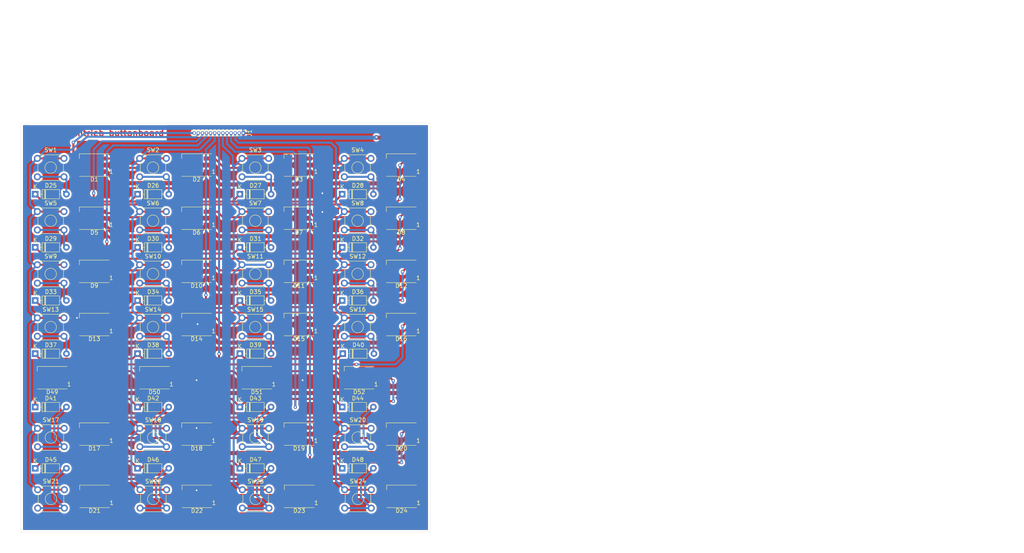
<source format=kicad_pcb>
(kicad_pcb (version 20171130) (host pcbnew "(5.1.6)-1")
  (layers (0 F.Cu signal) (31 B.Cu signal) (34 B.Paste user hide) (35 F.Paste user hide) (36 B.SilkS user hide) (37 F.SilkS user hide) (38 B.Mask user hide) (39 F.Mask user hide) (44 Edge.Cuts user))
  (net 0 "")
  (net 1 "Net-(D1-Pad2)")
  (net 2 gnd)
  (net 3 5v)
  (net 4 "Net-(D2-Pad2)")
  (net 5 "Net-(D23-Pad2)")
  (net 6 "Net-(D3-Pad2)")
  (net 7 "Net-(D4-Pad2)")
  (net 8 "Net-(D5-Pad2)")
  (net 9 "Net-(D6-Pad2)")
  (net 10 "Net-(D10-Pad4)")
  (net 11 "Net-(D10-Pad2)")
  (net 12 "Net-(D11-Pad2)")
  (net 13 "Net-(D12-Pad2)")
  (net 14 "Net-(D13-Pad2)")
  (net 15 "Net-(D14-Pad2)")
  (net 16 "Net-(D15-Pad2)")
  (net 17 "Net-(D16-Pad2)")
  (net 18 "Net-(D17-Pad2)")
  (net 19 "Net-(D18-Pad2)")
  (net 20 "Net-(D19-Pad2)")
  (net 21 "Net-(D20-Pad2)")
  (net 22 "Net-(D21-Pad2)")
  (net 23 "Net-(D7-Pad2)")
  (net 24 "Net-(D8-Pad2)")
  (net 25 "Net-(D22-Pad2)")
  (net 26 "Net-(D25-Pad2)")
  (net 27 row1)
  (net 28 "Net-(D26-Pad2)")
  (net 29 "Net-(D27-Pad2)")
  (net 30 "Net-(D28-Pad2)")
  (net 31 row2)
  (net 32 "Net-(D29-Pad2)")
  (net 33 "Net-(D30-Pad2)")
  (net 34 "Net-(D31-Pad2)")
  (net 35 "Net-(D32-Pad2)")
  (net 36 row3)
  (net 37 "Net-(D33-Pad2)")
  (net 38 "Net-(D34-Pad2)")
  (net 39 "Net-(D35-Pad2)")
  (net 40 "Net-(D36-Pad2)")
  (net 41 row4)
  (net 42 "Net-(D37-Pad2)")
  (net 43 "Net-(D38-Pad2)")
  (net 44 "Net-(D39-Pad2)")
  (net 45 "Net-(D40-Pad2)")
  (net 46 "Net-(D41-Pad2)")
  (net 47 row5)
  (net 48 "Net-(D42-Pad2)")
  (net 49 "Net-(D43-Pad2)")
  (net 50 "Net-(D44-Pad2)")
  (net 51 row6)
  (net 52 "Net-(D45-Pad2)")
  (net 53 "Net-(D46-Pad2)")
  (net 54 "Net-(D47-Pad2)")
  (net 55 "Net-(D48-Pad2)")
  (net 56 col1)
  (net 57 col2)
  (net 58 col3)
  (net 59 col4)
  (net 60 "Net-(D49-Pad2)")
  (net 61 "Net-(D50-Pad2)")
  (net 62 "Net-(D51-Pad2)")
  (net 63 "Net-(D17-Pad4)")
  (net 64 data)
  (net 65 /dout)
  (module Connector_PinHeader_1.00mm:PinHeader_1x13_P1.00mm_Vertical (layer F.Cu) (at 75.1586 45.8216 270)
    (fp_text reference J1 (at 0 -1.56 90) (layer F.SilkS))
    (fp_text value Conn_01x13_Male)
    (pad 13 thru_hole oval (at 0 12 270) (size 0.85 0.85) (drill 0.5) (layers *.Cu *.Mask) (net 64 data))
    (pad 12 thru_hole oval (at 0 11 270) (size 0.85 0.85) (drill 0.5) (layers *.Cu *.Mask) (net 56 col1))
    (pad 11 thru_hole oval (at 0 10 270) (size 0.85 0.85) (drill 0.5) (layers *.Cu *.Mask) (net 27 row1))
    (pad 10 thru_hole oval (at 0 9 270) (size 0.85 0.85) (drill 0.5) (layers *.Cu *.Mask) (net 31 row2))
    (pad 9 thru_hole oval (at 0 8 270) (size 0.85 0.85) (drill 0.5) (layers *.Cu *.Mask) (net 57 col2))
    (pad 8 thru_hole oval (at 0 7 270) (size 0.85 0.85) (drill 0.5) (layers *.Cu *.Mask) (net 36 row3))
    (pad 7 thru_hole oval (at 0 6 270) (size 0.85 0.85) (drill 0.5) (layers *.Cu *.Mask) (net 41 row4))
    (pad 6 thru_hole oval (at 0 5 270) (size 0.85 0.85) (drill 0.5) (layers *.Cu *.Mask) (net 58 col3))
    (pad 5 thru_hole oval (at 0 4 270) (size 0.85 0.85) (drill 0.5) (layers *.Cu *.Mask) (net 47 row5))
    (pad 4 thru_hole oval (at 0 3 270) (size 0.85 0.85) (drill 0.5) (layers *.Cu *.Mask) (net 51 row6))
    (pad 3 thru_hole oval (at 0 2 270) (size 0.85 0.85) (drill 0.5) (layers *.Cu *.Mask) (net 59 col4))
    (pad 2 thru_hole oval (at 0 1 270) (size 0.85 0.85) (drill 0.5) (layers *.Cu *.Mask) (net 3 5v))
    (pad 1 thru_hole rect (at 0 0 270) (size 0.85 0.85) (drill 0.5) (layers *.Cu *.Mask) (net 2 gnd))
  )
  (module LED_SMD:LED_WS2812B_PLCC4_5.0x5.0mm_P3.2mm (layer F.Cu) (at 38.7416 53.65496 180)
    (fp_text reference D1 (at 0 -3.5) (layer F.SilkS))
    (fp_text value WS2812B)
    (fp_text user 1 (at -4.15 -1.6) (layer F.SilkS))
    (pad 3 smd rect (at 2.45 1.6 180) (size 1.5 1) (layers F.Cu F.Paste F.Mask) (net 2 gnd))
    (pad 4 smd rect (at 2.45 -1.6 180) (size 1.5 1) (layers F.Cu F.Paste F.Mask) (net 64 data))
    (pad 2 smd rect (at -2.45 1.6 180) (size 1.5 1) (layers F.Cu F.Paste F.Mask) (net 1 "Net-(D1-Pad2)"))
    (pad 1 smd rect (at -2.45 -1.6 180) (size 1.5 1) (layers F.Cu F.Paste F.Mask) (net 3 5v))
  )
  (module Diode_THT:D_DO-35_SOD27_P7.62mm_Horizontal (layer F.Cu) (at 24.3126 127.8156)
    (fp_text reference D45 (at 3.81 -2.12) (layer F.SilkS))
    (fp_text value 1N4001)
    (fp_text user K (at 0 -1.8) (layer F.SilkS))
    (pad 1 thru_hole rect (at 0 0) (size 1.6 1.6) (drill 0.8) (layers *.Cu *.Mask) (net 51 row6))
    (pad 2 thru_hole oval (at 7.62 0) (size 1.6 1.6) (drill 0.8) (layers *.Cu *.Mask) (net 52 "Net-(D45-Pad2)"))
  )
  (module Diode_THT:D_DO-35_SOD27_P7.62mm_Horizontal (layer F.Cu) (at 49.3126 127.8156)
    (fp_text reference D46 (at 3.81 -2.12) (layer F.SilkS))
    (fp_text value 1N4001)
    (fp_text user K (at 0 -1.8) (layer F.SilkS))
    (pad 1 thru_hole rect (at 0 0) (size 1.6 1.6) (drill 0.8) (layers *.Cu *.Mask) (net 51 row6))
    (pad 2 thru_hole oval (at 7.62 0) (size 1.6 1.6) (drill 0.8) (layers *.Cu *.Mask) (net 53 "Net-(D46-Pad2)"))
  )
  (module Diode_THT:D_DO-35_SOD27_P7.62mm_Horizontal (layer F.Cu) (at 74.3126 127.8156)
    (fp_text reference D47 (at 3.81 -2.12) (layer F.SilkS))
    (fp_text value 1N4001)
    (fp_text user K (at 0 -1.8) (layer F.SilkS))
    (pad 1 thru_hole rect (at 0 0) (size 1.6 1.6) (drill 0.8) (layers *.Cu *.Mask) (net 51 row6))
    (pad 2 thru_hole oval (at 7.62 0) (size 1.6 1.6) (drill 0.8) (layers *.Cu *.Mask) (net 54 "Net-(D47-Pad2)"))
  )
  (module Diode_THT:D_DO-35_SOD27_P7.62mm_Horizontal (layer F.Cu) (at 99.3126 127.8156)
    (fp_text reference D48 (at 3.81 -2.12) (layer F.SilkS))
    (fp_text value 1N4001)
    (fp_text user K (at 0 -1.8) (layer F.SilkS))
    (pad 1 thru_hole rect (at 0 0) (size 1.6 1.6) (drill 0.8) (layers *.Cu *.Mask) (net 51 row6))
    (pad 2 thru_hole oval (at 7.62 0) (size 1.6 1.6) (drill 0.8) (layers *.Cu *.Mask) (net 55 "Net-(D48-Pad2)"))
  )
  (module Diode_THT:D_DO-35_SOD27_P7.62mm_Horizontal (layer F.Cu) (at 99.3126 112.8156)
    (fp_text reference D44 (at 3.81 -2.12) (layer F.SilkS))
    (fp_text value 1N4001)
    (fp_text user K (at 0 -1.8) (layer F.SilkS))
    (pad 1 thru_hole rect (at 0 0) (size 1.6 1.6) (drill 0.8) (layers *.Cu *.Mask) (net 47 row5))
    (pad 2 thru_hole oval (at 7.62 0) (size 1.6 1.6) (drill 0.8) (layers *.Cu *.Mask) (net 50 "Net-(D44-Pad2)"))
  )
  (module Diode_THT:D_DO-35_SOD27_P7.62mm_Horizontal (layer F.Cu) (at 74.3126 112.8156)
    (fp_text reference D43 (at 3.81 -2.12) (layer F.SilkS))
    (fp_text value 1N4001)
    (fp_text user K (at 0 -1.8) (layer F.SilkS))
    (pad 1 thru_hole rect (at 0 0) (size 1.6 1.6) (drill 0.8) (layers *.Cu *.Mask) (net 47 row5))
    (pad 2 thru_hole oval (at 7.62 0) (size 1.6 1.6) (drill 0.8) (layers *.Cu *.Mask) (net 49 "Net-(D43-Pad2)"))
  )
  (module Diode_THT:D_DO-35_SOD27_P7.62mm_Horizontal (layer F.Cu) (at 49.3126 112.8156)
    (fp_text reference D42 (at 3.81 -2.12) (layer F.SilkS))
    (fp_text value 1N4001)
    (fp_text user K (at 0 -1.8) (layer F.SilkS))
    (pad 1 thru_hole rect (at 0 0) (size 1.6 1.6) (drill 0.8) (layers *.Cu *.Mask) (net 47 row5))
    (pad 2 thru_hole oval (at 7.62 0) (size 1.6 1.6) (drill 0.8) (layers *.Cu *.Mask) (net 48 "Net-(D42-Pad2)"))
  )
  (module Diode_THT:D_DO-35_SOD27_P7.62mm_Horizontal (layer F.Cu) (at 24.3126 112.8156)
    (fp_text reference D41 (at 3.81 -2.12) (layer F.SilkS))
    (fp_text value 1N4001)
    (fp_text user K (at 0 -1.8) (layer F.SilkS))
    (pad 2 thru_hole oval (at 7.62 0) (size 1.6 1.6) (drill 0.8) (layers *.Cu *.Mask) (net 46 "Net-(D41-Pad2)"))
    (pad 1 thru_hole rect (at 0 0) (size 1.6 1.6) (drill 0.8) (layers *.Cu *.Mask) (net 47 row5))
  )
  (module Diode_THT:D_DO-35_SOD27_P7.62mm_Horizontal (layer F.Cu) (at 99.4476 99.7756)
    (fp_text reference D40 (at 3.81 -2.12) (layer F.SilkS))
    (fp_text value 1N4001)
    (fp_text user K (at 0 -1.8) (layer F.SilkS))
    (pad 1 thru_hole rect (at 0 0) (size 1.6 1.6) (drill 0.8) (layers *.Cu *.Mask) (net 41 row4))
    (pad 2 thru_hole oval (at 7.62 0) (size 1.6 1.6) (drill 0.8) (layers *.Cu *.Mask) (net 45 "Net-(D40-Pad2)"))
  )
  (module Diode_THT:D_DO-35_SOD27_P7.62mm_Horizontal (layer F.Cu) (at 74.3126 99.7756)
    (fp_text reference D39 (at 3.81 -2.12) (layer F.SilkS))
    (fp_text value 1N4001)
    (fp_text user K (at 0 -1.8) (layer F.SilkS))
    (pad 1 thru_hole rect (at 0 0) (size 1.6 1.6) (drill 0.8) (layers *.Cu *.Mask) (net 41 row4))
    (pad 2 thru_hole oval (at 7.62 0) (size 1.6 1.6) (drill 0.8) (layers *.Cu *.Mask) (net 44 "Net-(D39-Pad2)"))
  )
  (module Diode_THT:D_DO-35_SOD27_P7.62mm_Horizontal (layer F.Cu) (at 49.3126 99.7756)
    (fp_text reference D38 (at 3.81 -2.12) (layer F.SilkS))
    (fp_text value 1N4001)
    (fp_text user K (at 0 -1.8) (layer F.SilkS))
    (pad 1 thru_hole rect (at 0 0) (size 1.6 1.6) (drill 0.8) (layers *.Cu *.Mask) (net 41 row4))
    (pad 2 thru_hole oval (at 7.62 0) (size 1.6 1.6) (drill 0.8) (layers *.Cu *.Mask) (net 43 "Net-(D38-Pad2)"))
  )
  (module Diode_THT:D_DO-35_SOD27_P7.62mm_Horizontal (layer F.Cu) (at 24.3126 99.7756)
    (fp_text reference D37 (at 3.81 -2.12) (layer F.SilkS))
    (fp_text value 1N4001)
    (fp_text user K (at 0 -1.8) (layer F.SilkS))
    (pad 1 thru_hole rect (at 0 0) (size 1.6 1.6) (drill 0.8) (layers *.Cu *.Mask) (net 41 row4))
    (pad 2 thru_hole oval (at 7.62 0) (size 1.6 1.6) (drill 0.8) (layers *.Cu *.Mask) (net 42 "Net-(D37-Pad2)"))
  )
  (module Diode_THT:D_DO-35_SOD27_P7.62mm_Horizontal (layer F.Cu) (at 99.3126 86.7756)
    (fp_text reference D36 (at 3.81 -2.12) (layer F.SilkS))
    (fp_text value 1N4001)
    (fp_text user K (at 0 -1.8) (layer F.SilkS))
    (pad 1 thru_hole rect (at 0 0) (size 1.6 1.6) (drill 0.8) (layers *.Cu *.Mask) (net 36 row3))
    (pad 2 thru_hole oval (at 7.62 0) (size 1.6 1.6) (drill 0.8) (layers *.Cu *.Mask) (net 40 "Net-(D36-Pad2)"))
  )
  (module Diode_THT:D_DO-35_SOD27_P7.62mm_Horizontal (layer F.Cu) (at 74.3126 86.7756)
    (fp_text reference D35 (at 3.81 -2.12) (layer F.SilkS))
    (fp_text value 1N4001)
    (fp_text user K (at 0 -1.8) (layer F.SilkS))
    (pad 1 thru_hole rect (at 0 0) (size 1.6 1.6) (drill 0.8) (layers *.Cu *.Mask) (net 36 row3))
    (pad 2 thru_hole oval (at 7.62 0) (size 1.6 1.6) (drill 0.8) (layers *.Cu *.Mask) (net 39 "Net-(D35-Pad2)"))
  )
  (module Diode_THT:D_DO-35_SOD27_P7.62mm_Horizontal (layer F.Cu) (at 49.3126 86.7756)
    (fp_text reference D34 (at 3.81 -2.12) (layer F.SilkS))
    (fp_text value 1N4001)
    (fp_text user K (at 0 -1.8) (layer F.SilkS))
    (pad 1 thru_hole rect (at 0 0) (size 1.6 1.6) (drill 0.8) (layers *.Cu *.Mask) (net 36 row3))
    (pad 2 thru_hole oval (at 7.62 0) (size 1.6 1.6) (drill 0.8) (layers *.Cu *.Mask) (net 38 "Net-(D34-Pad2)"))
  )
  (module Diode_THT:D_DO-35_SOD27_P7.62mm_Horizontal (layer F.Cu) (at 24.3126 86.7756)
    (fp_text reference D33 (at 3.81 -2.12) (layer F.SilkS))
    (fp_text value 1N4001)
    (fp_text user K (at 0 -1.8) (layer F.SilkS))
    (pad 1 thru_hole rect (at 0 0) (size 1.6 1.6) (drill 0.8) (layers *.Cu *.Mask) (net 36 row3))
    (pad 2 thru_hole oval (at 7.62 0) (size 1.6 1.6) (drill 0.8) (layers *.Cu *.Mask) (net 37 "Net-(D33-Pad2)"))
  )
  (module Diode_THT:D_DO-35_SOD27_P7.62mm_Horizontal (layer F.Cu) (at 99.3126 73.7756)
    (fp_text reference D32 (at 3.81 -2.12) (layer F.SilkS))
    (fp_text value 1N4001)
    (fp_text user K (at 0 -1.8) (layer F.SilkS))
    (pad 1 thru_hole rect (at 0 0) (size 1.6 1.6) (drill 0.8) (layers *.Cu *.Mask) (net 31 row2))
    (pad 2 thru_hole oval (at 7.62 0) (size 1.6 1.6) (drill 0.8) (layers *.Cu *.Mask) (net 35 "Net-(D32-Pad2)"))
  )
  (module Diode_THT:D_DO-35_SOD27_P7.62mm_Horizontal (layer F.Cu) (at 74.3126 73.7756)
    (fp_text reference D31 (at 3.81 -2.12) (layer F.SilkS))
    (fp_text value 1N4001)
    (fp_text user K (at 0 -1.8) (layer F.SilkS))
    (pad 1 thru_hole rect (at 0 0) (size 1.6 1.6) (drill 0.8) (layers *.Cu *.Mask) (net 31 row2))
    (pad 2 thru_hole oval (at 7.62 0) (size 1.6 1.6) (drill 0.8) (layers *.Cu *.Mask) (net 34 "Net-(D31-Pad2)"))
  )
  (module Diode_THT:D_DO-35_SOD27_P7.62mm_Horizontal (layer F.Cu) (at 49.3126 73.7756)
    (fp_text reference D30 (at 3.81 -2.12) (layer F.SilkS))
    (fp_text value 1N4001)
    (fp_text user K (at 0 -1.8) (layer F.SilkS))
    (pad 1 thru_hole rect (at 0 0) (size 1.6 1.6) (drill 0.8) (layers *.Cu *.Mask) (net 31 row2))
    (pad 2 thru_hole oval (at 7.62 0) (size 1.6 1.6) (drill 0.8) (layers *.Cu *.Mask) (net 33 "Net-(D30-Pad2)"))
  )
  (module Diode_THT:D_DO-35_SOD27_P7.62mm_Horizontal (layer F.Cu) (at 24.3126 73.7756)
    (fp_text reference D29 (at 3.81 -2.12) (layer F.SilkS))
    (fp_text value 1N4001)
    (fp_text user K (at 0 -1.8) (layer F.SilkS))
    (pad 1 thru_hole rect (at 0 0) (size 1.6 1.6) (drill 0.8) (layers *.Cu *.Mask) (net 31 row2))
    (pad 2 thru_hole oval (at 7.62 0) (size 1.6 1.6) (drill 0.8) (layers *.Cu *.Mask) (net 32 "Net-(D29-Pad2)"))
  )
  (module Diode_THT:D_DO-35_SOD27_P7.62mm_Horizontal (layer F.Cu) (at 99.3126 60.7756)
    (fp_text reference D28 (at 3.81 -2.12) (layer F.SilkS))
    (fp_text value 1N4001)
    (fp_text user K (at 0 -1.8) (layer F.SilkS))
    (pad 1 thru_hole rect (at 0 0) (size 1.6 1.6) (drill 0.8) (layers *.Cu *.Mask) (net 27 row1))
    (pad 2 thru_hole oval (at 7.62 0) (size 1.6 1.6) (drill 0.8) (layers *.Cu *.Mask) (net 30 "Net-(D28-Pad2)"))
  )
  (module Diode_THT:D_DO-35_SOD27_P7.62mm_Horizontal (layer F.Cu) (at 74.3126 60.7756)
    (fp_text reference D27 (at 3.81 -2.12) (layer F.SilkS))
    (fp_text value 1N4001)
    (fp_text user K (at 0 -1.8) (layer F.SilkS))
    (pad 1 thru_hole rect (at 0 0) (size 1.6 1.6) (drill 0.8) (layers *.Cu *.Mask) (net 27 row1))
    (pad 2 thru_hole oval (at 7.62 0) (size 1.6 1.6) (drill 0.8) (layers *.Cu *.Mask) (net 29 "Net-(D27-Pad2)"))
  )
  (module Diode_THT:D_DO-35_SOD27_P7.62mm_Horizontal (layer F.Cu) (at 49.3126 60.7756)
    (fp_text reference D26 (at 3.81 -2.12) (layer F.SilkS))
    (fp_text value 1N4001)
    (fp_text user K (at 0 -1.8) (layer F.SilkS))
    (pad 1 thru_hole rect (at 0 0) (size 1.6 1.6) (drill 0.8) (layers *.Cu *.Mask) (net 27 row1))
    (pad 2 thru_hole oval (at 7.62 0) (size 1.6 1.6) (drill 0.8) (layers *.Cu *.Mask) (net 28 "Net-(D26-Pad2)"))
  )
  (module Diode_THT:D_DO-35_SOD27_P7.62mm_Horizontal (layer F.Cu) (at 24.3126 60.7756)
    (fp_text reference D25 (at 3.81 -2.12) (layer F.SilkS))
    (fp_text value 1N4001)
    (fp_text user K (at 0 -1.8) (layer F.SilkS))
    (pad 2 thru_hole oval (at 7.62 0) (size 1.6 1.6) (drill 0.8) (layers *.Cu *.Mask) (net 26 "Net-(D25-Pad2)"))
    (pad 1 thru_hole rect (at 0 0) (size 1.6 1.6) (drill 0.8) (layers *.Cu *.Mask) (net 27 row1))
  )
  (module Button_Switch_THT:SW_TH_Tactile_Omron_B3F-10xx (layer F.Cu) (at 24.91892 133.0483)
    (fp_text reference SW21 (at 3.25 -2.05) (layer F.SilkS))
    (fp_text value SW_MEC_5G)
    (pad 1 thru_hole circle (at 0 0) (size 1.7 1.7) (drill 1) (layers *.Cu *.Mask) (net 56 col1))
    (pad 2 thru_hole circle (at 6.5 0) (size 1.7 1.7) (drill 1) (layers *.Cu *.Mask) (net 56 col1))
    (pad 3 thru_hole circle (at 0 4.5) (size 1.7 1.7) (drill 1) (layers *.Cu *.Mask) (net 52 "Net-(D45-Pad2)"))
    (pad 4 thru_hole circle (at 6.5 4.5) (size 1.7 1.7) (drill 1) (layers *.Cu *.Mask) (net 52 "Net-(D45-Pad2)"))
  )
  (module Button_Switch_THT:SW_TH_Tactile_Omron_B3F-10xx (layer F.Cu) (at 74.91892 133.0483)
    (fp_text reference SW23 (at 3.25 -2.05) (layer F.SilkS))
    (fp_text value SW_MEC_5G)
    (pad 1 thru_hole circle (at 0 0) (size 1.7 1.7) (drill 1) (layers *.Cu *.Mask) (net 58 col3))
    (pad 2 thru_hole circle (at 6.5 0) (size 1.7 1.7) (drill 1) (layers *.Cu *.Mask) (net 58 col3))
    (pad 3 thru_hole circle (at 0 4.5) (size 1.7 1.7) (drill 1) (layers *.Cu *.Mask) (net 54 "Net-(D47-Pad2)"))
    (pad 4 thru_hole circle (at 6.5 4.5) (size 1.7 1.7) (drill 1) (layers *.Cu *.Mask) (net 54 "Net-(D47-Pad2)"))
  )
  (module Button_Switch_THT:SW_TH_Tactile_Omron_B3F-10xx (layer F.Cu) (at 99.91892 133.0483)
    (fp_text reference SW24 (at 3.25 -2.05) (layer F.SilkS))
    (fp_text value SW_MEC_5G)
    (pad 1 thru_hole circle (at 0 0) (size 1.7 1.7) (drill 1) (layers *.Cu *.Mask) (net 59 col4))
    (pad 2 thru_hole circle (at 6.5 0) (size 1.7 1.7) (drill 1) (layers *.Cu *.Mask) (net 59 col4))
    (pad 3 thru_hole circle (at 0 4.5) (size 1.7 1.7) (drill 1) (layers *.Cu *.Mask) (net 55 "Net-(D48-Pad2)"))
    (pad 4 thru_hole circle (at 6.5 4.5) (size 1.7 1.7) (drill 1) (layers *.Cu *.Mask) (net 55 "Net-(D48-Pad2)"))
  )
  (module Button_Switch_THT:SW_TH_Tactile_Omron_B3F-10xx (layer F.Cu) (at 49.91892 133.0483)
    (fp_text reference SW22 (at 3.25 -2.05) (layer F.SilkS))
    (fp_text value SW_MEC_5G)
    (pad 1 thru_hole circle (at 0 0) (size 1.7 1.7) (drill 1) (layers *.Cu *.Mask) (net 57 col2))
    (pad 2 thru_hole circle (at 6.5 0) (size 1.7 1.7) (drill 1) (layers *.Cu *.Mask) (net 57 col2))
    (pad 3 thru_hole circle (at 0 4.5) (size 1.7 1.7) (drill 1) (layers *.Cu *.Mask) (net 53 "Net-(D46-Pad2)"))
    (pad 4 thru_hole circle (at 6.5 4.5) (size 1.7 1.7) (drill 1) (layers *.Cu *.Mask) (net 53 "Net-(D46-Pad2)"))
  )
  (module LED_SMD:LED_WS2812B_PLCC4_5.0x5.0mm_P3.2mm (layer F.Cu) (at 38.82796 134.67644 180)
    (fp_text reference D21 (at 0 -3.5) (layer F.SilkS))
    (fp_text value WS2812B)
    (fp_text user 1 (at -4.15 -1.6) (layer F.SilkS))
    (pad 3 smd rect (at 2.45 1.6 180) (size 1.5 1) (layers F.Cu F.Paste F.Mask) (net 2 gnd))
    (pad 4 smd rect (at 2.45 -1.6 180) (size 1.5 1) (layers F.Cu F.Paste F.Mask) (net 21 "Net-(D20-Pad2)"))
    (pad 2 smd rect (at -2.45 1.6 180) (size 1.5 1) (layers F.Cu F.Paste F.Mask) (net 22 "Net-(D21-Pad2)"))
    (pad 1 smd rect (at -2.45 -1.6 180) (size 1.5 1) (layers F.Cu F.Paste F.Mask) (net 3 5v))
  )
  (module LED_SMD:LED_WS2812B_PLCC4_5.0x5.0mm_P3.2mm (layer F.Cu) (at 88.82796 134.67644 180)
    (fp_text reference D23 (at 0 -3.5) (layer F.SilkS))
    (fp_text value WS2812B)
    (fp_text user 1 (at -4.15 -1.6) (layer F.SilkS))
    (pad 3 smd rect (at 2.45 1.6 180) (size 1.5 1) (layers F.Cu F.Paste F.Mask) (net 2 gnd))
    (pad 4 smd rect (at 2.45 -1.6 180) (size 1.5 1) (layers F.Cu F.Paste F.Mask) (net 25 "Net-(D22-Pad2)"))
    (pad 2 smd rect (at -2.45 1.6 180) (size 1.5 1) (layers F.Cu F.Paste F.Mask) (net 5 "Net-(D23-Pad2)"))
    (pad 1 smd rect (at -2.45 -1.6 180) (size 1.5 1) (layers F.Cu F.Paste F.Mask) (net 3 5v))
  )
  (module LED_SMD:LED_WS2812B_PLCC4_5.0x5.0mm_P3.2mm (layer F.Cu) (at 113.82796 134.67644 180)
    (fp_text reference D24 (at 0 -3.5) (layer F.SilkS))
    (fp_text value WS2812B)
    (fp_text user 1 (at -4.15 -1.6) (layer F.SilkS))
    (pad 3 smd rect (at 2.45 1.6 180) (size 1.5 1) (layers F.Cu F.Paste F.Mask) (net 2 gnd))
    (pad 4 smd rect (at 2.45 -1.6 180) (size 1.5 1) (layers F.Cu F.Paste F.Mask) (net 5 "Net-(D23-Pad2)"))
    (pad 2 smd rect (at -2.45 1.6 180) (size 1.5 1) (layers F.Cu F.Paste F.Mask) (net 65 /dout))
    (pad 1 smd rect (at -2.45 -1.6 180) (size 1.5 1) (layers F.Cu F.Paste F.Mask) (net 3 5v))
  )
  (module LED_SMD:LED_WS2812B_PLCC4_5.0x5.0mm_P3.2mm (layer F.Cu) (at 63.82796 134.67644 180)
    (fp_text reference D22 (at 0 -3.5) (layer F.SilkS))
    (fp_text value WS2812B)
    (fp_text user 1 (at -4.15 -1.6) (layer F.SilkS))
    (pad 3 smd rect (at 2.45 1.6 180) (size 1.5 1) (layers F.Cu F.Paste F.Mask) (net 2 gnd))
    (pad 4 smd rect (at 2.45 -1.6 180) (size 1.5 1) (layers F.Cu F.Paste F.Mask) (net 22 "Net-(D21-Pad2)"))
    (pad 2 smd rect (at -2.45 1.6 180) (size 1.5 1) (layers F.Cu F.Paste F.Mask) (net 25 "Net-(D22-Pad2)"))
    (pad 1 smd rect (at -2.45 -1.6 180) (size 1.5 1) (layers F.Cu F.Paste F.Mask) (net 3 5v))
  )
  (module Button_Switch_THT:SW_TH_Tactile_Omron_B3F-10xx (layer F.Cu) (at 24.87828 118.04198)
    (fp_text reference SW17 (at 3.25 -2.05) (layer F.SilkS))
    (fp_text value SW_MEC_5G)
    (pad 1 thru_hole circle (at 0 0) (size 1.7 1.7) (drill 1) (layers *.Cu *.Mask) (net 56 col1))
    (pad 2 thru_hole circle (at 6.5 0) (size 1.7 1.7) (drill 1) (layers *.Cu *.Mask) (net 56 col1))
    (pad 3 thru_hole circle (at 0 4.5) (size 1.7 1.7) (drill 1) (layers *.Cu *.Mask) (net 46 "Net-(D41-Pad2)"))
    (pad 4 thru_hole circle (at 6.5 4.5) (size 1.7 1.7) (drill 1) (layers *.Cu *.Mask) (net 46 "Net-(D41-Pad2)"))
  )
  (module Button_Switch_THT:SW_TH_Tactile_Omron_B3F-10xx (layer F.Cu) (at 74.87828 118.04198)
    (fp_text reference SW19 (at 3.25 -2.05) (layer F.SilkS))
    (fp_text value SW_MEC_5G)
    (pad 1 thru_hole circle (at 0 0) (size 1.7 1.7) (drill 1) (layers *.Cu *.Mask) (net 58 col3))
    (pad 2 thru_hole circle (at 6.5 0) (size 1.7 1.7) (drill 1) (layers *.Cu *.Mask) (net 58 col3))
    (pad 3 thru_hole circle (at 0 4.5) (size 1.7 1.7) (drill 1) (layers *.Cu *.Mask) (net 49 "Net-(D43-Pad2)"))
    (pad 4 thru_hole circle (at 6.5 4.5) (size 1.7 1.7) (drill 1) (layers *.Cu *.Mask) (net 49 "Net-(D43-Pad2)"))
  )
  (module Button_Switch_THT:SW_TH_Tactile_Omron_B3F-10xx (layer F.Cu) (at 99.87828 118.04198)
    (fp_text reference SW20 (at 3.25 -2.05) (layer F.SilkS))
    (fp_text value SW_MEC_5G)
    (pad 1 thru_hole circle (at 0 0) (size 1.7 1.7) (drill 1) (layers *.Cu *.Mask) (net 59 col4))
    (pad 2 thru_hole circle (at 6.5 0) (size 1.7 1.7) (drill 1) (layers *.Cu *.Mask) (net 59 col4))
    (pad 3 thru_hole circle (at 0 4.5) (size 1.7 1.7) (drill 1) (layers *.Cu *.Mask) (net 50 "Net-(D44-Pad2)"))
    (pad 4 thru_hole circle (at 6.5 4.5) (size 1.7 1.7) (drill 1) (layers *.Cu *.Mask) (net 50 "Net-(D44-Pad2)"))
  )
  (module Button_Switch_THT:SW_TH_Tactile_Omron_B3F-10xx (layer F.Cu) (at 49.87828 118.04198)
    (fp_text reference SW18 (at 3.25 -2.05) (layer F.SilkS))
    (fp_text value SW_MEC_5G)
    (pad 1 thru_hole circle (at 0 0) (size 1.7 1.7) (drill 1) (layers *.Cu *.Mask) (net 57 col2))
    (pad 2 thru_hole circle (at 6.5 0) (size 1.7 1.7) (drill 1) (layers *.Cu *.Mask) (net 57 col2))
    (pad 3 thru_hole circle (at 0 4.5) (size 1.7 1.7) (drill 1) (layers *.Cu *.Mask) (net 48 "Net-(D42-Pad2)"))
    (pad 4 thru_hole circle (at 6.5 4.5) (size 1.7 1.7) (drill 1) (layers *.Cu *.Mask) (net 48 "Net-(D42-Pad2)"))
  )
  (module LED_SMD:LED_WS2812B_PLCC4_5.0x5.0mm_P3.2mm (layer F.Cu) (at 38.76192 119.45168 180)
    (fp_text reference D17 (at 0 -3.5) (layer F.SilkS))
    (fp_text value WS2812B)
    (fp_text user 1 (at -4.15 -1.6) (layer F.SilkS))
    (pad 3 smd rect (at 2.45 1.6 180) (size 1.5 1) (layers F.Cu F.Paste F.Mask) (net 2 gnd))
    (pad 4 smd rect (at 2.45 -1.6 180) (size 1.5 1) (layers F.Cu F.Paste F.Mask) (net 63 "Net-(D17-Pad4)"))
    (pad 2 smd rect (at -2.45 1.6 180) (size 1.5 1) (layers F.Cu F.Paste F.Mask) (net 18 "Net-(D17-Pad2)"))
    (pad 1 smd rect (at -2.45 -1.6 180) (size 1.5 1) (layers F.Cu F.Paste F.Mask) (net 3 5v))
  )
  (module LED_SMD:LED_WS2812B_PLCC4_5.0x5.0mm_P3.2mm (layer F.Cu) (at 88.76192 119.45168 180)
    (fp_text reference D19 (at 0 -3.5) (layer F.SilkS))
    (fp_text value WS2812B)
    (fp_text user 1 (at -4.15 -1.6) (layer F.SilkS))
    (pad 3 smd rect (at 2.45 1.6 180) (size 1.5 1) (layers F.Cu F.Paste F.Mask) (net 2 gnd))
    (pad 4 smd rect (at 2.45 -1.6 180) (size 1.5 1) (layers F.Cu F.Paste F.Mask) (net 19 "Net-(D18-Pad2)"))
    (pad 2 smd rect (at -2.45 1.6 180) (size 1.5 1) (layers F.Cu F.Paste F.Mask) (net 20 "Net-(D19-Pad2)"))
    (pad 1 smd rect (at -2.45 -1.6 180) (size 1.5 1) (layers F.Cu F.Paste F.Mask) (net 3 5v))
  )
  (module LED_SMD:LED_WS2812B_PLCC4_5.0x5.0mm_P3.2mm (layer F.Cu) (at 113.76192 119.45168 180)
    (fp_text reference D20 (at 0 -3.5) (layer F.SilkS))
    (fp_text value WS2812B)
    (fp_text user 1 (at -4.15 -1.6) (layer F.SilkS))
    (pad 3 smd rect (at 2.45 1.6 180) (size 1.5 1) (layers F.Cu F.Paste F.Mask) (net 2 gnd))
    (pad 4 smd rect (at 2.45 -1.6 180) (size 1.5 1) (layers F.Cu F.Paste F.Mask) (net 20 "Net-(D19-Pad2)"))
    (pad 2 smd rect (at -2.45 1.6 180) (size 1.5 1) (layers F.Cu F.Paste F.Mask) (net 21 "Net-(D20-Pad2)"))
    (pad 1 smd rect (at -2.45 -1.6 180) (size 1.5 1) (layers F.Cu F.Paste F.Mask) (net 3 5v))
  )
  (module LED_SMD:LED_WS2812B_PLCC4_5.0x5.0mm_P3.2mm (layer F.Cu) (at 63.76192 119.45168 180)
    (fp_text reference D18 (at 0 -3.5) (layer F.SilkS))
    (fp_text value WS2812B)
    (fp_text user 1 (at -4.15 -1.6) (layer F.SilkS))
    (pad 3 smd rect (at 2.45 1.6 180) (size 1.5 1) (layers F.Cu F.Paste F.Mask) (net 2 gnd))
    (pad 4 smd rect (at 2.45 -1.6 180) (size 1.5 1) (layers F.Cu F.Paste F.Mask) (net 18 "Net-(D17-Pad2)"))
    (pad 2 smd rect (at -2.45 1.6 180) (size 1.5 1) (layers F.Cu F.Paste F.Mask) (net 19 "Net-(D18-Pad2)"))
    (pad 1 smd rect (at -2.45 -1.6 180) (size 1.5 1) (layers F.Cu F.Paste F.Mask) (net 3 5v))
  )
  (module Button_Switch_THT:SW_TH_Tactile_Omron_B3F-10xx (layer F.Cu) (at 99.83256 91.02682)
    (fp_text reference SW16 (at 3.25 -2.05) (layer F.SilkS))
    (fp_text value SW_MEC_5G)
    (pad 4 thru_hole circle (at 6.5 4.5) (size 1.7 1.7) (drill 1) (layers *.Cu *.Mask) (net 45 "Net-(D40-Pad2)"))
    (pad 3 thru_hole circle (at 0 4.5) (size 1.7 1.7) (drill 1) (layers *.Cu *.Mask) (net 45 "Net-(D40-Pad2)"))
    (pad 2 thru_hole circle (at 6.5 0) (size 1.7 1.7) (drill 1) (layers *.Cu *.Mask) (net 59 col4))
    (pad 1 thru_hole circle (at 0 0) (size 1.7 1.7) (drill 1) (layers *.Cu *.Mask) (net 59 col4))
  )
  (module Button_Switch_THT:SW_TH_Tactile_Omron_B3F-10xx (layer F.Cu) (at 74.83256 91.02682)
    (fp_text reference SW15 (at 3.25 -2.05) (layer F.SilkS))
    (fp_text value SW_MEC_5G)
    (pad 4 thru_hole circle (at 6.5 4.5) (size 1.7 1.7) (drill 1) (layers *.Cu *.Mask) (net 44 "Net-(D39-Pad2)"))
    (pad 3 thru_hole circle (at 0 4.5) (size 1.7 1.7) (drill 1) (layers *.Cu *.Mask) (net 44 "Net-(D39-Pad2)"))
    (pad 2 thru_hole circle (at 6.5 0) (size 1.7 1.7) (drill 1) (layers *.Cu *.Mask) (net 58 col3))
    (pad 1 thru_hole circle (at 0 0) (size 1.7 1.7) (drill 1) (layers *.Cu *.Mask) (net 58 col3))
  )
  (module Button_Switch_THT:SW_TH_Tactile_Omron_B3F-10xx (layer F.Cu) (at 49.83256 91.02682)
    (fp_text reference SW14 (at 3.25 -2.05) (layer F.SilkS))
    (fp_text value SW_MEC_5G)
    (pad 4 thru_hole circle (at 6.5 4.5) (size 1.7 1.7) (drill 1) (layers *.Cu *.Mask) (net 43 "Net-(D38-Pad2)"))
    (pad 3 thru_hole circle (at 0 4.5) (size 1.7 1.7) (drill 1) (layers *.Cu *.Mask) (net 43 "Net-(D38-Pad2)"))
    (pad 2 thru_hole circle (at 6.5 0) (size 1.7 1.7) (drill 1) (layers *.Cu *.Mask) (net 57 col2))
    (pad 1 thru_hole circle (at 0 0) (size 1.7 1.7) (drill 1) (layers *.Cu *.Mask) (net 57 col2))
  )
  (module Button_Switch_THT:SW_TH_Tactile_Omron_B3F-10xx (layer F.Cu) (at 24.83256 91.02682)
    (fp_text reference SW13 (at 3.25 -2.05) (layer F.SilkS))
    (fp_text value SW_MEC_5G)
    (pad 4 thru_hole circle (at 6.5 4.5) (size 1.7 1.7) (drill 1) (layers *.Cu *.Mask) (net 42 "Net-(D37-Pad2)"))
    (pad 3 thru_hole circle (at 0 4.5) (size 1.7 1.7) (drill 1) (layers *.Cu *.Mask) (net 42 "Net-(D37-Pad2)"))
    (pad 2 thru_hole circle (at 6.5 0) (size 1.7 1.7) (drill 1) (layers *.Cu *.Mask) (net 56 col1))
    (pad 1 thru_hole circle (at 0 0) (size 1.7 1.7) (drill 1) (layers *.Cu *.Mask) (net 56 col1))
  )
  (module Button_Switch_THT:SW_TH_Tactile_Omron_B3F-10xx (layer F.Cu) (at 99.83256 78.02682)
    (fp_text reference SW12 (at 3.25 -2.05) (layer F.SilkS))
    (fp_text value SW_MEC_5G)
    (pad 4 thru_hole circle (at 6.5 4.5) (size 1.7 1.7) (drill 1) (layers *.Cu *.Mask) (net 40 "Net-(D36-Pad2)"))
    (pad 3 thru_hole circle (at 0 4.5) (size 1.7 1.7) (drill 1) (layers *.Cu *.Mask) (net 40 "Net-(D36-Pad2)"))
    (pad 2 thru_hole circle (at 6.5 0) (size 1.7 1.7) (drill 1) (layers *.Cu *.Mask) (net 59 col4))
    (pad 1 thru_hole circle (at 0 0) (size 1.7 1.7) (drill 1) (layers *.Cu *.Mask) (net 59 col4))
  )
  (module Button_Switch_THT:SW_TH_Tactile_Omron_B3F-10xx (layer F.Cu) (at 74.83256 78.02682)
    (fp_text reference SW11 (at 3.25 -2.05) (layer F.SilkS))
    (fp_text value SW_MEC_5G)
    (pad 4 thru_hole circle (at 6.5 4.5) (size 1.7 1.7) (drill 1) (layers *.Cu *.Mask) (net 39 "Net-(D35-Pad2)"))
    (pad 3 thru_hole circle (at 0 4.5) (size 1.7 1.7) (drill 1) (layers *.Cu *.Mask) (net 39 "Net-(D35-Pad2)"))
    (pad 2 thru_hole circle (at 6.5 0) (size 1.7 1.7) (drill 1) (layers *.Cu *.Mask) (net 58 col3))
    (pad 1 thru_hole circle (at 0 0) (size 1.7 1.7) (drill 1) (layers *.Cu *.Mask) (net 58 col3))
  )
  (module Button_Switch_THT:SW_TH_Tactile_Omron_B3F-10xx (layer F.Cu) (at 49.83256 78.02682)
    (fp_text reference SW10 (at 3.25 -2.05) (layer F.SilkS))
    (fp_text value SW_MEC_5G)
    (pad 4 thru_hole circle (at 6.5 4.5) (size 1.7 1.7) (drill 1) (layers *.Cu *.Mask) (net 38 "Net-(D34-Pad2)"))
    (pad 3 thru_hole circle (at 0 4.5) (size 1.7 1.7) (drill 1) (layers *.Cu *.Mask) (net 38 "Net-(D34-Pad2)"))
    (pad 2 thru_hole circle (at 6.5 0) (size 1.7 1.7) (drill 1) (layers *.Cu *.Mask) (net 57 col2))
    (pad 1 thru_hole circle (at 0 0) (size 1.7 1.7) (drill 1) (layers *.Cu *.Mask) (net 57 col2))
  )
  (module Button_Switch_THT:SW_TH_Tactile_Omron_B3F-10xx (layer F.Cu) (at 24.83256 78.02682)
    (fp_text reference SW9 (at 3.25 -2.05) (layer F.SilkS))
    (fp_text value SW_MEC_5G)
    (pad 4 thru_hole circle (at 6.5 4.5) (size 1.7 1.7) (drill 1) (layers *.Cu *.Mask) (net 37 "Net-(D33-Pad2)"))
    (pad 3 thru_hole circle (at 0 4.5) (size 1.7 1.7) (drill 1) (layers *.Cu *.Mask) (net 37 "Net-(D33-Pad2)"))
    (pad 2 thru_hole circle (at 6.5 0) (size 1.7 1.7) (drill 1) (layers *.Cu *.Mask) (net 56 col1))
    (pad 1 thru_hole circle (at 0 0) (size 1.7 1.7) (drill 1) (layers *.Cu *.Mask) (net 56 col1))
  )
  (module Button_Switch_THT:SW_TH_Tactile_Omron_B3F-10xx (layer F.Cu) (at 99.83256 65.02682)
    (fp_text reference SW8 (at 3.25 -2.05) (layer F.SilkS))
    (fp_text value SW_MEC_5G)
    (pad 4 thru_hole circle (at 6.5 4.5) (size 1.7 1.7) (drill 1) (layers *.Cu *.Mask) (net 35 "Net-(D32-Pad2)"))
    (pad 3 thru_hole circle (at 0 4.5) (size 1.7 1.7) (drill 1) (layers *.Cu *.Mask) (net 35 "Net-(D32-Pad2)"))
    (pad 2 thru_hole circle (at 6.5 0) (size 1.7 1.7) (drill 1) (layers *.Cu *.Mask) (net 59 col4))
    (pad 1 thru_hole circle (at 0 0) (size 1.7 1.7) (drill 1) (layers *.Cu *.Mask) (net 59 col4))
  )
  (module Button_Switch_THT:SW_TH_Tactile_Omron_B3F-10xx (layer F.Cu) (at 74.83256 65.02682)
    (fp_text reference SW7 (at 3.25 -2.05) (layer F.SilkS))
    (fp_text value SW_MEC_5G)
    (pad 4 thru_hole circle (at 6.5 4.5) (size 1.7 1.7) (drill 1) (layers *.Cu *.Mask) (net 34 "Net-(D31-Pad2)"))
    (pad 3 thru_hole circle (at 0 4.5) (size 1.7 1.7) (drill 1) (layers *.Cu *.Mask) (net 34 "Net-(D31-Pad2)"))
    (pad 2 thru_hole circle (at 6.5 0) (size 1.7 1.7) (drill 1) (layers *.Cu *.Mask) (net 58 col3))
    (pad 1 thru_hole circle (at 0 0) (size 1.7 1.7) (drill 1) (layers *.Cu *.Mask) (net 58 col3))
  )
  (module Button_Switch_THT:SW_TH_Tactile_Omron_B3F-10xx (layer F.Cu) (at 49.83256 65.02682)
    (fp_text reference SW6 (at 3.25 -2.05) (layer F.SilkS))
    (fp_text value SW_MEC_5G)
    (pad 4 thru_hole circle (at 6.5 4.5) (size 1.7 1.7) (drill 1) (layers *.Cu *.Mask) (net 33 "Net-(D30-Pad2)"))
    (pad 3 thru_hole circle (at 0 4.5) (size 1.7 1.7) (drill 1) (layers *.Cu *.Mask) (net 33 "Net-(D30-Pad2)"))
    (pad 2 thru_hole circle (at 6.5 0) (size 1.7 1.7) (drill 1) (layers *.Cu *.Mask) (net 57 col2))
    (pad 1 thru_hole circle (at 0 0) (size 1.7 1.7) (drill 1) (layers *.Cu *.Mask) (net 57 col2))
  )
  (module Button_Switch_THT:SW_TH_Tactile_Omron_B3F-10xx (layer F.Cu) (at 24.83256 65.02682)
    (fp_text reference SW5 (at 3.25 -2.05) (layer F.SilkS))
    (fp_text value SW_MEC_5G)
    (pad 4 thru_hole circle (at 6.5 4.5) (size 1.7 1.7) (drill 1) (layers *.Cu *.Mask) (net 32 "Net-(D29-Pad2)"))
    (pad 3 thru_hole circle (at 0 4.5) (size 1.7 1.7) (drill 1) (layers *.Cu *.Mask) (net 32 "Net-(D29-Pad2)"))
    (pad 2 thru_hole circle (at 6.5 0) (size 1.7 1.7) (drill 1) (layers *.Cu *.Mask) (net 56 col1))
    (pad 1 thru_hole circle (at 0 0) (size 1.7 1.7) (drill 1) (layers *.Cu *.Mask) (net 56 col1))
  )
  (module Button_Switch_THT:SW_TH_Tactile_Omron_B3F-10xx (layer F.Cu) (at 99.83256 52.02682)
    (fp_text reference SW4 (at 3.25 -2.05) (layer F.SilkS))
    (fp_text value SW_MEC_5G)
    (pad 4 thru_hole circle (at 6.5 4.5) (size 1.7 1.7) (drill 1) (layers *.Cu *.Mask) (net 30 "Net-(D28-Pad2)"))
    (pad 3 thru_hole circle (at 0 4.5) (size 1.7 1.7) (drill 1) (layers *.Cu *.Mask) (net 30 "Net-(D28-Pad2)"))
    (pad 2 thru_hole circle (at 6.5 0) (size 1.7 1.7) (drill 1) (layers *.Cu *.Mask) (net 59 col4))
    (pad 1 thru_hole circle (at 0 0) (size 1.7 1.7) (drill 1) (layers *.Cu *.Mask) (net 59 col4))
  )
  (module Button_Switch_THT:SW_TH_Tactile_Omron_B3F-10xx (layer F.Cu) (at 74.83256 52.02682)
    (fp_text reference SW3 (at 3.25 -2.05) (layer F.SilkS))
    (fp_text value SW_MEC_5G)
    (pad 4 thru_hole circle (at 6.5 4.5) (size 1.7 1.7) (drill 1) (layers *.Cu *.Mask) (net 29 "Net-(D27-Pad2)"))
    (pad 3 thru_hole circle (at 0 4.5) (size 1.7 1.7) (drill 1) (layers *.Cu *.Mask) (net 29 "Net-(D27-Pad2)"))
    (pad 2 thru_hole circle (at 6.5 0) (size 1.7 1.7) (drill 1) (layers *.Cu *.Mask) (net 58 col3))
    (pad 1 thru_hole circle (at 0 0) (size 1.7 1.7) (drill 1) (layers *.Cu *.Mask) (net 58 col3))
  )
  (module Button_Switch_THT:SW_TH_Tactile_Omron_B3F-10xx (layer F.Cu) (at 49.83256 52.02682)
    (fp_text reference SW2 (at 3.25 -2.05) (layer F.SilkS))
    (fp_text value SW_MEC_5G)
    (pad 4 thru_hole circle (at 6.5 4.5) (size 1.7 1.7) (drill 1) (layers *.Cu *.Mask) (net 28 "Net-(D26-Pad2)"))
    (pad 3 thru_hole circle (at 0 4.5) (size 1.7 1.7) (drill 1) (layers *.Cu *.Mask) (net 28 "Net-(D26-Pad2)"))
    (pad 2 thru_hole circle (at 6.5 0) (size 1.7 1.7) (drill 1) (layers *.Cu *.Mask) (net 57 col2))
    (pad 1 thru_hole circle (at 0 0) (size 1.7 1.7) (drill 1) (layers *.Cu *.Mask) (net 57 col2))
  )
  (module LED_SMD:LED_WS2812B_PLCC4_5.0x5.0mm_P3.2mm (layer F.Cu) (at 113.7416 92.65496 180)
    (fp_text reference D16 (at 0 -3.5) (layer F.SilkS))
    (fp_text value WS2812B)
    (fp_text user 1 (at -4.15 -1.6) (layer F.SilkS))
    (pad 1 smd rect (at -2.45 -1.6 180) (size 1.5 1) (layers F.Cu F.Paste F.Mask) (net 3 5v))
    (pad 2 smd rect (at -2.45 1.6 180) (size 1.5 1) (layers F.Cu F.Paste F.Mask) (net 17 "Net-(D16-Pad2)"))
    (pad 4 smd rect (at 2.45 -1.6 180) (size 1.5 1) (layers F.Cu F.Paste F.Mask) (net 16 "Net-(D15-Pad2)"))
    (pad 3 smd rect (at 2.45 1.6 180) (size 1.5 1) (layers F.Cu F.Paste F.Mask) (net 2 gnd))
  )
  (module LED_SMD:LED_WS2812B_PLCC4_5.0x5.0mm_P3.2mm (layer F.Cu) (at 88.7416 92.65496 180)
    (fp_text reference D15 (at 0 -3.5) (layer F.SilkS))
    (fp_text value WS2812B)
    (fp_text user 1 (at -4.15 -1.6) (layer F.SilkS))
    (pad 1 smd rect (at -2.45 -1.6 180) (size 1.5 1) (layers F.Cu F.Paste F.Mask) (net 3 5v))
    (pad 2 smd rect (at -2.45 1.6 180) (size 1.5 1) (layers F.Cu F.Paste F.Mask) (net 16 "Net-(D15-Pad2)"))
    (pad 4 smd rect (at 2.45 -1.6 180) (size 1.5 1) (layers F.Cu F.Paste F.Mask) (net 15 "Net-(D14-Pad2)"))
    (pad 3 smd rect (at 2.45 1.6 180) (size 1.5 1) (layers F.Cu F.Paste F.Mask) (net 2 gnd))
  )
  (module LED_SMD:LED_WS2812B_PLCC4_5.0x5.0mm_P3.2mm (layer F.Cu) (at 63.7416 92.65496 180)
    (fp_text reference D14 (at 0 -3.5) (layer F.SilkS))
    (fp_text value WS2812B)
    (fp_text user 1 (at -4.15 -1.6) (layer F.SilkS))
    (pad 1 smd rect (at -2.45 -1.6 180) (size 1.5 1) (layers F.Cu F.Paste F.Mask) (net 3 5v))
    (pad 2 smd rect (at -2.45 1.6 180) (size 1.5 1) (layers F.Cu F.Paste F.Mask) (net 15 "Net-(D14-Pad2)"))
    (pad 4 smd rect (at 2.45 -1.6 180) (size 1.5 1) (layers F.Cu F.Paste F.Mask) (net 14 "Net-(D13-Pad2)"))
    (pad 3 smd rect (at 2.45 1.6 180) (size 1.5 1) (layers F.Cu F.Paste F.Mask) (net 2 gnd))
  )
  (module LED_SMD:LED_WS2812B_PLCC4_5.0x5.0mm_P3.2mm (layer F.Cu) (at 38.7416 92.65496 180)
    (fp_text reference D13 (at 0 -3.5) (layer F.SilkS))
    (fp_text value WS2812B)
    (fp_text user 1 (at -4.15 -1.6) (layer F.SilkS))
    (pad 1 smd rect (at -2.45 -1.6 180) (size 1.5 1) (layers F.Cu F.Paste F.Mask) (net 3 5v))
    (pad 2 smd rect (at -2.45 1.6 180) (size 1.5 1) (layers F.Cu F.Paste F.Mask) (net 14 "Net-(D13-Pad2)"))
    (pad 4 smd rect (at 2.45 -1.6 180) (size 1.5 1) (layers F.Cu F.Paste F.Mask) (net 13 "Net-(D12-Pad2)"))
    (pad 3 smd rect (at 2.45 1.6 180) (size 1.5 1) (layers F.Cu F.Paste F.Mask) (net 2 gnd))
  )
  (module LED_SMD:LED_WS2812B_PLCC4_5.0x5.0mm_P3.2mm (layer F.Cu) (at 113.7416 79.65496 180)
    (fp_text reference D12 (at 0 -3.5) (layer F.SilkS))
    (fp_text value WS2812B)
    (fp_text user 1 (at -4.15 -1.6) (layer F.SilkS))
    (pad 1 smd rect (at -2.45 -1.6 180) (size 1.5 1) (layers F.Cu F.Paste F.Mask) (net 3 5v))
    (pad 2 smd rect (at -2.45 1.6 180) (size 1.5 1) (layers F.Cu F.Paste F.Mask) (net 13 "Net-(D12-Pad2)"))
    (pad 4 smd rect (at 2.45 -1.6 180) (size 1.5 1) (layers F.Cu F.Paste F.Mask) (net 12 "Net-(D11-Pad2)"))
    (pad 3 smd rect (at 2.45 1.6 180) (size 1.5 1) (layers F.Cu F.Paste F.Mask) (net 2 gnd))
  )
  (module LED_SMD:LED_WS2812B_PLCC4_5.0x5.0mm_P3.2mm (layer F.Cu) (at 88.7416 79.65496 180)
    (fp_text reference D11 (at 0 -3.5) (layer F.SilkS))
    (fp_text value WS2812B)
    (fp_text user 1 (at -4.15 -1.6) (layer F.SilkS))
    (pad 1 smd rect (at -2.45 -1.6 180) (size 1.5 1) (layers F.Cu F.Paste F.Mask) (net 3 5v))
    (pad 2 smd rect (at -2.45 1.6 180) (size 1.5 1) (layers F.Cu F.Paste F.Mask) (net 12 "Net-(D11-Pad2)"))
    (pad 4 smd rect (at 2.45 -1.6 180) (size 1.5 1) (layers F.Cu F.Paste F.Mask) (net 11 "Net-(D10-Pad2)"))
    (pad 3 smd rect (at 2.45 1.6 180) (size 1.5 1) (layers F.Cu F.Paste F.Mask) (net 2 gnd))
  )
  (module LED_SMD:LED_WS2812B_PLCC4_5.0x5.0mm_P3.2mm (layer F.Cu) (at 63.7416 79.65496 180)
    (fp_text reference D10 (at 0 -3.5) (layer F.SilkS))
    (fp_text value WS2812B)
    (fp_text user 1 (at -4.15 -1.6) (layer F.SilkS))
    (pad 1 smd rect (at -2.45 -1.6 180) (size 1.5 1) (layers F.Cu F.Paste F.Mask) (net 3 5v))
    (pad 2 smd rect (at -2.45 1.6 180) (size 1.5 1) (layers F.Cu F.Paste F.Mask) (net 11 "Net-(D10-Pad2)"))
    (pad 4 smd rect (at 2.45 -1.6 180) (size 1.5 1) (layers F.Cu F.Paste F.Mask) (net 10 "Net-(D10-Pad4)"))
    (pad 3 smd rect (at 2.45 1.6 180) (size 1.5 1) (layers F.Cu F.Paste F.Mask) (net 2 gnd))
  )
  (module LED_SMD:LED_WS2812B_PLCC4_5.0x5.0mm_P3.2mm (layer F.Cu) (at 38.7416 79.65496 180)
    (fp_text reference D9 (at 0 -3.5) (layer F.SilkS))
    (fp_text value WS2812B)
    (fp_text user 1 (at -4.15 -1.6) (layer F.SilkS))
    (pad 1 smd rect (at -2.45 -1.6 180) (size 1.5 1) (layers F.Cu F.Paste F.Mask) (net 3 5v))
    (pad 2 smd rect (at -2.45 1.6 180) (size 1.5 1) (layers F.Cu F.Paste F.Mask) (net 10 "Net-(D10-Pad4)"))
    (pad 4 smd rect (at 2.45 -1.6 180) (size 1.5 1) (layers F.Cu F.Paste F.Mask) (net 24 "Net-(D8-Pad2)"))
    (pad 3 smd rect (at 2.45 1.6 180) (size 1.5 1) (layers F.Cu F.Paste F.Mask) (net 2 gnd))
  )
  (module LED_SMD:LED_WS2812B_PLCC4_5.0x5.0mm_P3.2mm (layer F.Cu) (at 113.7416 66.65496 180)
    (fp_text reference D8 (at 0 -3.5) (layer F.SilkS))
    (fp_text value WS2812B)
    (fp_text user 1 (at -4.15 -1.6) (layer F.SilkS))
    (pad 1 smd rect (at -2.45 -1.6 180) (size 1.5 1) (layers F.Cu F.Paste F.Mask) (net 3 5v))
    (pad 2 smd rect (at -2.45 1.6 180) (size 1.5 1) (layers F.Cu F.Paste F.Mask) (net 24 "Net-(D8-Pad2)"))
    (pad 4 smd rect (at 2.45 -1.6 180) (size 1.5 1) (layers F.Cu F.Paste F.Mask) (net 23 "Net-(D7-Pad2)"))
    (pad 3 smd rect (at 2.45 1.6 180) (size 1.5 1) (layers F.Cu F.Paste F.Mask) (net 2 gnd))
  )
  (module LED_SMD:LED_WS2812B_PLCC4_5.0x5.0mm_P3.2mm (layer F.Cu) (at 88.7416 66.65496 180)
    (fp_text reference D7 (at 0 -3.5) (layer F.SilkS))
    (fp_text value WS2812B)
    (fp_text user 1 (at -4.15 -1.6) (layer F.SilkS))
    (pad 1 smd rect (at -2.45 -1.6 180) (size 1.5 1) (layers F.Cu F.Paste F.Mask) (net 3 5v))
    (pad 2 smd rect (at -2.45 1.6 180) (size 1.5 1) (layers F.Cu F.Paste F.Mask) (net 23 "Net-(D7-Pad2)"))
    (pad 4 smd rect (at 2.45 -1.6 180) (size 1.5 1) (layers F.Cu F.Paste F.Mask) (net 9 "Net-(D6-Pad2)"))
    (pad 3 smd rect (at 2.45 1.6 180) (size 1.5 1) (layers F.Cu F.Paste F.Mask) (net 2 gnd))
  )
  (module LED_SMD:LED_WS2812B_PLCC4_5.0x5.0mm_P3.2mm (layer F.Cu) (at 63.7416 66.65496 180)
    (fp_text reference D6 (at 0 -3.5) (layer F.SilkS))
    (fp_text value WS2812B)
    (fp_text user 1 (at -4.15 -1.6) (layer F.SilkS))
    (pad 1 smd rect (at -2.45 -1.6 180) (size 1.5 1) (layers F.Cu F.Paste F.Mask) (net 3 5v))
    (pad 2 smd rect (at -2.45 1.6 180) (size 1.5 1) (layers F.Cu F.Paste F.Mask) (net 9 "Net-(D6-Pad2)"))
    (pad 4 smd rect (at 2.45 -1.6 180) (size 1.5 1) (layers F.Cu F.Paste F.Mask) (net 8 "Net-(D5-Pad2)"))
    (pad 3 smd rect (at 2.45 1.6 180) (size 1.5 1) (layers F.Cu F.Paste F.Mask) (net 2 gnd))
  )
  (module LED_SMD:LED_WS2812B_PLCC4_5.0x5.0mm_P3.2mm (layer F.Cu) (at 38.7416 66.65496 180)
    (fp_text reference D5 (at 0 -3.5) (layer F.SilkS))
    (fp_text value WS2812B)
    (fp_text user 1 (at -4.15 -1.6) (layer F.SilkS))
    (pad 1 smd rect (at -2.45 -1.6 180) (size 1.5 1) (layers F.Cu F.Paste F.Mask) (net 3 5v))
    (pad 2 smd rect (at -2.45 1.6 180) (size 1.5 1) (layers F.Cu F.Paste F.Mask) (net 8 "Net-(D5-Pad2)"))
    (pad 4 smd rect (at 2.45 -1.6 180) (size 1.5 1) (layers F.Cu F.Paste F.Mask) (net 7 "Net-(D4-Pad2)"))
    (pad 3 smd rect (at 2.45 1.6 180) (size 1.5 1) (layers F.Cu F.Paste F.Mask) (net 2 gnd))
  )
  (module LED_SMD:LED_WS2812B_PLCC4_5.0x5.0mm_P3.2mm (layer F.Cu) (at 113.7416 53.65496 180)
    (fp_text reference D4 (at 0 -3.5) (layer F.SilkS))
    (fp_text value WS2812B)
    (fp_text user 1 (at -4.15 -1.6) (layer F.SilkS))
    (pad 1 smd rect (at -2.45 -1.6 180) (size 1.5 1) (layers F.Cu F.Paste F.Mask) (net 3 5v))
    (pad 2 smd rect (at -2.45 1.6 180) (size 1.5 1) (layers F.Cu F.Paste F.Mask) (net 7 "Net-(D4-Pad2)"))
    (pad 4 smd rect (at 2.45 -1.6 180) (size 1.5 1) (layers F.Cu F.Paste F.Mask) (net 6 "Net-(D3-Pad2)"))
    (pad 3 smd rect (at 2.45 1.6 180) (size 1.5 1) (layers F.Cu F.Paste F.Mask) (net 2 gnd))
  )
  (module LED_SMD:LED_WS2812B_PLCC4_5.0x5.0mm_P3.2mm (layer F.Cu) (at 88.7416 53.65496 180)
    (fp_text reference D3 (at 0 -3.5) (layer F.SilkS))
    (fp_text value WS2812B)
    (fp_text user 1 (at -4.15 -1.6) (layer F.SilkS))
    (pad 1 smd rect (at -2.45 -1.6 180) (size 1.5 1) (layers F.Cu F.Paste F.Mask) (net 3 5v))
    (pad 2 smd rect (at -2.45 1.6 180) (size 1.5 1) (layers F.Cu F.Paste F.Mask) (net 6 "Net-(D3-Pad2)"))
    (pad 4 smd rect (at 2.45 -1.6 180) (size 1.5 1) (layers F.Cu F.Paste F.Mask) (net 4 "Net-(D2-Pad2)"))
    (pad 3 smd rect (at 2.45 1.6 180) (size 1.5 1) (layers F.Cu F.Paste F.Mask) (net 2 gnd))
  )
  (module LED_SMD:LED_WS2812B_PLCC4_5.0x5.0mm_P3.2mm (layer F.Cu) (at 63.7416 53.65496 180)
    (fp_text reference D2 (at 0 -3.5) (layer F.SilkS))
    (fp_text value WS2812B)
    (fp_text user 1 (at -4.15 -1.6) (layer F.SilkS))
    (pad 1 smd rect (at -2.45 -1.6 180) (size 1.5 1) (layers F.Cu F.Paste F.Mask) (net 3 5v))
    (pad 2 smd rect (at -2.45 1.6 180) (size 1.5 1) (layers F.Cu F.Paste F.Mask) (net 4 "Net-(D2-Pad2)"))
    (pad 4 smd rect (at 2.45 -1.6 180) (size 1.5 1) (layers F.Cu F.Paste F.Mask) (net 1 "Net-(D1-Pad2)"))
    (pad 3 smd rect (at 2.45 1.6 180) (size 1.5 1) (layers F.Cu F.Paste F.Mask) (net 2 gnd))
  )
  (module Button_Switch_THT:SW_TH_Tactile_Omron_B3F-10xx (layer F.Cu) (at 24.83256 52.02682)
    (fp_text reference SW1 (at 3.25 -2.05) (layer F.SilkS))
    (fp_text value SW_MEC_5G)
    (pad 1 thru_hole circle (at 0 0) (size 1.7 1.7) (drill 1) (layers *.Cu *.Mask) (net 56 col1))
    (pad 2 thru_hole circle (at 6.5 0) (size 1.7 1.7) (drill 1) (layers *.Cu *.Mask) (net 56 col1))
    (pad 3 thru_hole circle (at 0 4.5) (size 1.7 1.7) (drill 1) (layers *.Cu *.Mask) (net 26 "Net-(D25-Pad2)"))
    (pad 4 thru_hole circle (at 6.5 4.5) (size 1.7 1.7) (drill 1) (layers *.Cu *.Mask) (net 26 "Net-(D25-Pad2)"))
  )
  (module LED_SMD:LED_WS2812B_PLCC4_5.0x5.0mm_P3.2mm (layer F.Cu) (at 28.44952 105.664 180)
    (fp_text reference D49 (at 0 -3.5) (layer F.SilkS))
    (fp_text value WS2812B)
    (fp_text user 1 (at -4.15 -1.6) (layer F.SilkS))
    (pad 1 smd rect (at -2.45 -1.6 180) (size 1.5 1) (layers F.Cu F.Paste F.Mask) (net 3 5v))
    (pad 2 smd rect (at -2.45 1.6 180) (size 1.5 1) (layers F.Cu F.Paste F.Mask) (net 60 "Net-(D49-Pad2)"))
    (pad 4 smd rect (at 2.45 -1.6 180) (size 1.5 1) (layers F.Cu F.Paste F.Mask) (net 17 "Net-(D16-Pad2)"))
    (pad 3 smd rect (at 2.45 1.6 180) (size 1.5 1) (layers F.Cu F.Paste F.Mask) (net 2 gnd))
  )
  (module LED_SMD:LED_WS2812B_PLCC4_5.0x5.0mm_P3.2mm (layer F.Cu) (at 53.451586 105.664 180)
    (fp_text reference D50 (at 0 -3.5) (layer F.SilkS))
    (fp_text value WS2812B)
    (fp_text user 1 (at -4.15 -1.6) (layer F.SilkS))
    (pad 3 smd rect (at 2.45 1.6 180) (size 1.5 1) (layers F.Cu F.Paste F.Mask) (net 2 gnd))
    (pad 4 smd rect (at 2.45 -1.6 180) (size 1.5 1) (layers F.Cu F.Paste F.Mask) (net 60 "Net-(D49-Pad2)"))
    (pad 2 smd rect (at -2.45 1.6 180) (size 1.5 1) (layers F.Cu F.Paste F.Mask) (net 61 "Net-(D50-Pad2)"))
    (pad 1 smd rect (at -2.45 -1.6 180) (size 1.5 1) (layers F.Cu F.Paste F.Mask) (net 3 5v))
  )
  (module LED_SMD:LED_WS2812B_PLCC4_5.0x5.0mm_P3.2mm (layer F.Cu) (at 78.453652 105.664 180)
    (fp_text reference D51 (at 0 -3.5) (layer F.SilkS))
    (fp_text value WS2812B)
    (fp_text user 1 (at -4.15 -1.6) (layer F.SilkS))
    (pad 1 smd rect (at -2.45 -1.6 180) (size 1.5 1) (layers F.Cu F.Paste F.Mask) (net 3 5v))
    (pad 2 smd rect (at -2.45 1.6 180) (size 1.5 1) (layers F.Cu F.Paste F.Mask) (net 62 "Net-(D51-Pad2)"))
    (pad 4 smd rect (at 2.45 -1.6 180) (size 1.5 1) (layers F.Cu F.Paste F.Mask) (net 61 "Net-(D50-Pad2)"))
    (pad 3 smd rect (at 2.45 1.6 180) (size 1.5 1) (layers F.Cu F.Paste F.Mask) (net 2 gnd))
  )
  (module LED_SMD:LED_WS2812B_PLCC4_5.0x5.0mm_P3.2mm (layer F.Cu) (at 103.45572 105.664 180)
    (fp_text reference D52 (at 0 -3.5) (layer F.SilkS))
    (fp_text value WS2812B)
    (fp_text user 1 (at -4.15 -1.6) (layer F.SilkS))
    (pad 3 smd rect (at 2.45 1.6 180) (size 1.5 1) (layers F.Cu F.Paste F.Mask) (net 2 gnd))
    (pad 4 smd rect (at 2.45 -1.6 180) (size 1.5 1) (layers F.Cu F.Paste F.Mask) (net 62 "Net-(D51-Pad2)"))
    (pad 2 smd rect (at -2.45 1.6 180) (size 1.5 1) (layers F.Cu F.Paste F.Mask) (net 63 "Net-(D17-Pad4)"))
    (pad 1 smd rect (at -2.45 -1.6 180) (size 1.5 1) (layers F.Cu F.Paste F.Mask) (net 3 5v))
  )
  (gr_line (start 20.8026 143.3896) (end 20.8026 43.3896) (layer Edge.Cuts) (width 0.05))
  (gr_line (start 120.8026 143.3896) (end 20.8026 143.3896) (layer Edge.Cuts) (width 0.05))
  (gr_line (start 120.8026 43.3896) (end 120.8026 143.3896) (layer Edge.Cuts) (width 0.05))
  (gr_line (start 20.8026 43.3896) (end 120.8026 43.3896) (layer Edge.Cuts) (width 0.05))
  (gr_text "midievil antrieb buttonboard" (at 39.5986 45.8216) (layer F.Cu) (effects (font (size 1.5 1.5) (thickness 0.3))))
  (segment (start 46.0756 54.3306) (end 60.36724 54.3306) (width 0.5) (layer F.Cu) (net 1))
  (segment (start 60.36724 54.3306) (end 61.2916 55.25496) (width 0.5) (layer F.Cu) (net 1))
  (segment (start 41.1916 52.05496) (end 43.79996 52.05496) (width 0.5) (layer F.Cu) (net 1))
  (segment (start 43.79996 52.05496) (end 46.0756 54.3306) (width 0.5) (layer F.Cu) (net 1))
  (via (at 63.7286 133.1976) (size 0.8) (drill 0.4) (layers F.Cu B.Cu) (net 2))
  (via (at 63.7286 117.9576) (size 0.8) (drill 0.4) (layers F.Cu B.Cu) (net 2))
  (via (at 63.7286 106.2736) (size 0.8) (drill 0.4) (layers F.Cu B.Cu) (net 2))
  (via (at 63.9826 92.5576) (size 0.8) (drill 0.4) (layers F.Cu B.Cu) (net 2))
  (via (at 89.6366 106.2736) (size 0.8) (drill 0.4) (layers F.Cu B.Cu) (net 2))
  (via (at 94.4626 65.1256) (size 0.8) (drill 0.4) (layers F.Cu B.Cu) (net 2))
  (via (at 94.4626 60.5536) (size 0.8) (drill 0.4) (layers F.Cu B.Cu) (net 2))
  (via (at 34.5186 91.0336) (size 0.8) (drill 0.4) (layers F.Cu B.Cu) (net 2))
  (segment (start 117.51696 79.9296) (end 116.1916 81.25496) (width 0.5) (layer F.Cu) (net 3))
  (segment (start 117.51696 92.9296) (end 116.1916 94.25496) (width 0.5) (layer F.Cu) (net 3))
  (segment (start 113.30596 58.1406) (end 116.1916 55.25496) (width 1) (layer F.Cu) (net 3))
  (segment (start 66.1916 55.25496) (end 66.1916 55.3646) (width 1) (layer F.Cu) (net 3))
  (segment (start 63.369739 71.076821) (end 66.1916 68.25496) (width 1) (layer F.Cu) (net 3))
  (segment (start 44.013461 71.076821) (end 63.369739 71.076821) (width 1) (layer F.Cu) (net 3))
  (segment (start 41.1916 68.25496) (end 44.013461 71.076821) (width 1) (layer F.Cu) (net 3))
  (segment (start 88.369739 71.076821) (end 91.1916 68.25496) (width 1) (layer F.Cu) (net 3))
  (segment (start 69.013461 71.076821) (end 88.369739 71.076821) (width 1) (layer F.Cu) (net 3))
  (segment (start 66.1916 68.25496) (end 69.013461 71.076821) (width 1) (layer F.Cu) (net 3))
  (segment (start 94.013461 71.076821) (end 113.369739 71.076821) (width 1) (layer F.Cu) (net 3))
  (segment (start 91.1916 68.25496) (end 94.013461 71.076821) (width 1) (layer F.Cu) (net 3))
  (segment (start 88.369739 84.076821) (end 91.1916 81.25496) (width 1) (layer F.Cu) (net 3))
  (segment (start 69.013461 84.076821) (end 88.369739 84.076821) (width 1) (layer F.Cu) (net 3))
  (segment (start 66.1916 81.25496) (end 69.013461 84.076821) (width 1) (layer F.Cu) (net 3))
  (segment (start 113.369739 84.076821) (end 116.1916 81.25496) (width 1) (layer F.Cu) (net 3))
  (segment (start 94.013461 84.076821) (end 113.369739 84.076821) (width 1) (layer F.Cu) (net 3))
  (segment (start 91.1916 81.25496) (end 94.013461 84.076821) (width 1) (layer F.Cu) (net 3))
  (segment (start 63.369739 97.076821) (end 66.1916 94.25496) (width 1) (layer F.Cu) (net 3))
  (segment (start 44.013461 97.076821) (end 63.369739 97.076821) (width 1) (layer F.Cu) (net 3))
  (segment (start 41.1916 94.25496) (end 44.013461 97.076821) (width 1) (layer F.Cu) (net 3))
  (segment (start 88.369739 97.076821) (end 91.1916 94.25496) (width 1) (layer F.Cu) (net 3))
  (segment (start 69.013461 97.076821) (end 88.369739 97.076821) (width 1) (layer F.Cu) (net 3))
  (segment (start 66.1916 94.25496) (end 69.013461 97.076821) (width 1) (layer F.Cu) (net 3))
  (segment (start 113.369739 97.076821) (end 116.1916 94.25496) (width 1) (layer F.Cu) (net 3))
  (segment (start 94.013461 97.076821) (end 113.369739 97.076821) (width 1) (layer F.Cu) (net 3))
  (segment (start 91.1916 94.25496) (end 94.013461 97.076821) (width 1) (layer F.Cu) (net 3))
  (segment (start 113.369739 71.076821) (end 115.73428 68.71228) (width 1) (layer F.Cu) (net 3))
  (segment (start 115.73428 68.71228) (end 116.1916 68.25496) (width 1) (layer F.Cu) (net 3))
  (segment (start 117.641601 66.804959) (end 117.641601 56.704961) (width 1) (layer F.Cu) (net 3))
  (segment (start 117.641601 56.704961) (end 116.1916 55.25496) (width 1) (layer F.Cu) (net 3))
  (segment (start 116.1916 68.25496) (end 117.641601 66.804959) (width 1) (layer F.Cu) (net 3))
  (segment (start 117.8626 70.8406) (end 115.73428 68.71228) (width 1) (layer F.Cu) (net 3))
  (segment (start 116.1916 81.25496) (end 117.8626 79.58396) (width 1) (layer F.Cu) (net 3))
  (segment (start 117.8626 79.58396) (end 117.8626 70.8406) (width 1) (layer F.Cu) (net 3))
  (segment (start 116.1916 94.25496) (end 117.8626 92.58396) (width 1) (layer F.Cu) (net 3))
  (segment (start 117.8626 82.92596) (end 116.1916 81.25496) (width 1) (layer F.Cu) (net 3))
  (segment (start 117.8626 92.58396) (end 117.8626 82.92596) (width 1) (layer F.Cu) (net 3))
  (segment (start 113.171619 124.091981) (end 116.21192 121.05168) (width 1) (layer F.Cu) (net 3))
  (segment (start 94.252221 124.091981) (end 113.171619 124.091981) (width 1) (layer F.Cu) (net 3))
  (segment (start 91.21192 121.05168) (end 94.252221 124.091981) (width 1) (layer F.Cu) (net 3))
  (segment (start 90.858 121.4056) (end 91.21192 121.05168) (width 1) (layer F.Cu) (net 3))
  (segment (start 88.171619 124.091981) (end 90.858 121.4056) (width 1) (layer F.Cu) (net 3))
  (segment (start 69.488981 124.091981) (end 88.171619 124.091981) (width 1) (layer F.Cu) (net 3))
  (segment (start 66.21192 121.05168) (end 66.44868 121.05168) (width 1) (layer F.Cu) (net 3))
  (segment (start 66.44868 121.05168) (end 69.488981 124.091981) (width 1) (layer F.Cu) (net 3))
  (segment (start 63.171619 124.091981) (end 66.21192 121.05168) (width 1) (layer F.Cu) (net 3))
  (segment (start 47.488981 124.091981) (end 63.171619 124.091981) (width 1) (layer F.Cu) (net 3))
  (segment (start 41.21192 121.05168) (end 44.44868 121.05168) (width 1) (layer F.Cu) (net 3))
  (segment (start 44.44868 121.05168) (end 47.488981 124.091981) (width 1) (layer F.Cu) (net 3))
  (segment (start 41.27796 136.27644) (end 44.67344 136.27644) (width 1) (layer F.Cu) (net 3))
  (segment (start 44.67344 136.27644) (end 47.85259 139.45559) (width 1) (layer F.Cu) (net 3))
  (segment (start 63.09881 139.45559) (end 66.27796 136.27644) (width 1) (layer F.Cu) (net 3))
  (segment (start 47.85259 139.45559) (end 63.09881 139.45559) (width 1) (layer F.Cu) (net 3))
  (segment (start 66.27796 136.27644) (end 66.67344 136.27644) (width 1) (layer F.Cu) (net 3))
  (segment (start 69.495301 139.098301) (end 88.456099 139.098301) (width 1) (layer F.Cu) (net 3))
  (segment (start 88.456099 139.098301) (end 91.27796 136.27644) (width 1) (layer F.Cu) (net 3))
  (segment (start 66.67344 136.27644) (end 69.495301 139.098301) (width 1) (layer F.Cu) (net 3))
  (segment (start 91.27796 136.27644) (end 91.67344 136.27644) (width 1) (layer F.Cu) (net 3))
  (segment (start 91.67344 136.27644) (end 94.8026 139.4056) (width 1) (layer F.Cu) (net 3))
  (segment (start 113.1488 139.4056) (end 116.27796 136.27644) (width 1) (layer F.Cu) (net 3))
  (segment (start 94.8026 139.4056) (end 113.1488 139.4056) (width 1) (layer F.Cu) (net 3))
  (segment (start 117.15652 121.05168) (end 116.21192 121.05168) (width 1) (layer F.Cu) (net 3))
  (segment (start 117.8626 120.3456) (end 117.15652 121.05168) (width 1) (layer F.Cu) (net 3))
  (segment (start 53.759986 109.4056) (end 55.901586 107.264) (width 1) (layer F.Cu) (net 3))
  (segment (start 30.89952 107.264) (end 33.04112 109.4056) (width 1) (layer F.Cu) (net 3))
  (segment (start 33.04112 109.4056) (end 53.759986 109.4056) (width 1) (layer F.Cu) (net 3))
  (segment (start 78.762052 109.4056) (end 80.903652 107.264) (width 1) (layer F.Cu) (net 3))
  (segment (start 55.901586 107.264) (end 58.043186 109.4056) (width 1) (layer F.Cu) (net 3))
  (segment (start 58.043186 109.4056) (end 78.762052 109.4056) (width 1) (layer F.Cu) (net 3))
  (segment (start 103.76412 109.4056) (end 105.90572 107.264) (width 1) (layer F.Cu) (net 3))
  (segment (start 80.903652 107.264) (end 83.045252 109.4056) (width 1) (layer F.Cu) (net 3))
  (segment (start 83.045252 109.4056) (end 103.76412 109.4056) (width 1) (layer F.Cu) (net 3))
  (segment (start 117.8626 92.58396) (end 117.8626 107.3456) (width 1) (layer F.Cu) (net 3))
  (segment (start 117.8626 107.3456) (end 117.8626 120.3456) (width 1) (layer F.Cu) (net 3))
  (segment (start 41.1916 55.25496) (end 41.0276 55.41896) (width 1) (layer F.Cu) (net 3))
  (segment (start 41.1916 55.25496) (end 41.65196 55.25496) (width 1) (layer F.Cu) (net 3))
  (segment (start 63.369739 58.076821) (end 66.1916 55.25496) (width 1) (layer F.Cu) (net 3))
  (segment (start 44.473821 58.076821) (end 63.369739 58.076821) (width 1) (layer F.Cu) (net 3))
  (segment (start 41.65196 55.25496) (end 44.473821 58.076821) (width 1) (layer F.Cu) (net 3))
  (segment (start 66.1916 55.25496) (end 69.34224 58.4056) (width 1) (layer F.Cu) (net 3))
  (segment (start 88.04096 58.4056) (end 91.1916 55.25496) (width 1) (layer F.Cu) (net 3))
  (segment (start 69.34224 58.4056) (end 88.04096 58.4056) (width 1) (layer F.Cu) (net 3))
  (segment (start 91.65196 55.25496) (end 94.5376 58.1406) (width 1) (layer F.Cu) (net 3))
  (segment (start 91.1916 55.25496) (end 91.65196 55.25496) (width 1) (layer F.Cu) (net 3))
  (segment (start 94.5376 58.1406) (end 113.30596 58.1406) (width 1) (layer F.Cu) (net 3))
  (segment (start 115.8026 109.4056) (end 117.8626 107.3456) (width 1) (layer F.Cu) (net 3))
  (segment (start 105.90572 107.264) (end 108.04732 109.4056) (width 1) (layer F.Cu) (net 3))
  (segment (start 108.04732 109.4056) (end 115.8026 109.4056) (width 1) (layer F.Cu) (net 3))
  (segment (start 117.1488 135.4056) (end 116.27796 136.27644) (width 1) (layer F.Cu) (net 3))
  (segment (start 117.8026 135.4056) (end 117.1488 135.4056) (width 1) (layer F.Cu) (net 3))
  (segment (start 117.8626 120.3456) (end 117.8026 120.4056) (width 1) (layer F.Cu) (net 3))
  (segment (start 117.8026 120.4056) (end 117.8026 135.4056) (width 1) (layer F.Cu) (net 3))
  (segment (start 42.513461 84.076821) (end 63.319379 84.076821) (width 1) (layer F.Cu) (net 3))
  (segment (start 66.14124 81.25496) (end 66.1916 81.25496) (width 1) (layer F.Cu) (net 3))
  (segment (start 63.319379 84.076821) (end 66.14124 81.25496) (width 1) (layer F.Cu) (net 3))
  (segment (start 41.1916 81.25496) (end 41.1916 82.75496) (width 1) (layer F.Cu) (net 3))
  (segment (start 41.1916 82.75496) (end 42.513461 84.076821) (width 1) (layer F.Cu) (net 3))
  (segment (start 117.641601 50.994959) (end 113.593243 46.946601) (width 1) (layer F.Cu) (net 3))
  (segment (start 117.641601 56.704961) (end 117.641601 50.994959) (width 1) (layer F.Cu) (net 3))
  (via (at 107.6706 46.8376) (size 0.8) (drill 0.4) (layers F.Cu B.Cu) (net 3))
  (segment (start 113.593243 46.946601) (end 107.779601 46.946601) (width 1) (layer F.Cu) (net 3))
  (segment (start 107.779601 46.946601) (end 107.6706 46.8376) (width 1) (layer F.Cu) (net 3))
  (segment (start 74.1586 46.8216) (end 74.1746 46.8376) (width 0.5) (layer B.Cu) (net 3))
  (segment (start 74.1586 45.8216) (end 74.1586 46.8376) (width 0.5) (layer B.Cu) (net 3))
  (segment (start 74.283601 46.946601) (end 74.1586 46.8216) (width 1) (layer B.Cu) (net 3))
  (segment (start 107.6706 46.8376) (end 107.561599 46.946601) (width 1) (layer B.Cu) (net 3))
  (segment (start 107.561599 46.946601) (end 74.283601 46.946601) (width 1) (layer B.Cu) (net 3))
  (segment (start 85.36724 54.3306) (end 86.2916 55.25496) (width 0.5) (layer F.Cu) (net 4))
  (segment (start 70.4596 54.3306) (end 85.36724 54.3306) (width 0.5) (layer F.Cu) (net 4))
  (segment (start 66.1916 52.05496) (end 68.18396 52.05496) (width 0.5) (layer F.Cu) (net 4))
  (segment (start 68.18396 52.05496) (end 70.4596 54.3306) (width 0.5) (layer F.Cu) (net 4))
  (segment (start 109.449821 134.348301) (end 110.882978 135.781458) (width 0.5) (layer F.Cu) (net 5))
  (segment (start 91.27796 133.07644) (end 92.549821 134.348301) (width 0.5) (layer F.Cu) (net 5))
  (segment (start 92.549821 134.348301) (end 109.449821 134.348301) (width 0.5) (layer F.Cu) (net 5))
  (segment (start 110.36724 54.3306) (end 111.2916 55.25496) (width 0.5) (layer F.Cu) (net 6))
  (segment (start 95.8596 54.3306) (end 110.36724 54.3306) (width 0.5) (layer F.Cu) (net 6))
  (segment (start 91.1916 52.05496) (end 93.58396 52.05496) (width 0.5) (layer F.Cu) (net 6))
  (segment (start 93.58396 52.05496) (end 95.8596 54.3306) (width 0.5) (layer F.Cu) (net 6))
  (via (at 113.4176 53.6956) (size 0.8) (drill 0.4) (layers F.Cu B.Cu) (net 7))
  (segment (start 116.1916 52.05496) (end 115.05824 52.05496) (width 0.5) (layer F.Cu) (net 7))
  (segment (start 115.05824 52.05496) (end 113.4176 53.6956) (width 0.5) (layer F.Cu) (net 7))
  (segment (start 113.4176 53.6956) (end 113.4176 61.9506) (width 0.5) (layer B.Cu) (net 7))
  (via (at 113.4176 61.9506) (size 0.8) (drill 0.4) (layers F.Cu B.Cu) (net 7))
  (segment (start 39.1226 65.42396) (end 36.2916 68.25496) (width 0.5) (layer F.Cu) (net 7))
  (segment (start 40.327592 63.285608) (end 39.1226 64.4906) (width 0.5) (layer F.Cu) (net 7))
  (segment (start 113.4176 61.9506) (end 112.082592 63.285608) (width 0.5) (layer F.Cu) (net 7))
  (segment (start 39.1226 64.4906) (end 39.1226 65.42396) (width 0.5) (layer F.Cu) (net 7))
  (segment (start 112.082592 63.285608) (end 40.327592 63.285608) (width 0.5) (layer F.Cu) (net 7))
  (segment (start 59.44224 66.4056) (end 61.2916 68.25496) (width 0.5) (layer F.Cu) (net 8))
  (segment (start 45.8026 66.4056) (end 59.44224 66.4056) (width 0.5) (layer F.Cu) (net 8))
  (segment (start 44.8026 65.4056) (end 45.8026 66.4056) (width 0.5) (layer F.Cu) (net 8))
  (segment (start 41.1916 65.05496) (end 41.54224 65.4056) (width 0.5) (layer F.Cu) (net 8))
  (segment (start 41.54224 65.4056) (end 44.8026 65.4056) (width 0.5) (layer F.Cu) (net 8))
  (segment (start 70.17242 66.4056) (end 84.44224 66.4056) (width 0.5) (layer F.Cu) (net 9))
  (segment (start 66.1916 65.05496) (end 68.82178 65.05496) (width 0.5) (layer F.Cu) (net 9))
  (segment (start 84.44224 66.4056) (end 86.2916 68.25496) (width 0.5) (layer F.Cu) (net 9))
  (segment (start 68.82178 65.05496) (end 70.17242 66.4056) (width 0.5) (layer F.Cu) (net 9))
  (segment (start 59.44224 79.4056) (end 61.2916 81.25496) (width 0.5) (layer F.Cu) (net 10))
  (segment (start 46.8026 79.4056) (end 59.44224 79.4056) (width 0.5) (layer F.Cu) (net 10))
  (segment (start 41.1916 78.05496) (end 45.45196 78.05496) (width 0.5) (layer F.Cu) (net 10))
  (segment (start 45.45196 78.05496) (end 46.8026 79.4056) (width 0.5) (layer F.Cu) (net 10))
  (segment (start 84.44224 79.4056) (end 86.2916 81.25496) (width 0.5) (layer F.Cu) (net 11))
  (segment (start 69.2776 79.4056) (end 84.44224 79.4056) (width 0.5) (layer F.Cu) (net 11))
  (segment (start 66.1916 78.05496) (end 67.92696 78.05496) (width 0.5) (layer F.Cu) (net 11))
  (segment (start 67.92696 78.05496) (end 69.2776 79.4056) (width 0.5) (layer F.Cu) (net 11))
  (segment (start 109.44224 79.4056) (end 111.2916 81.25496) (width 0.5) (layer F.Cu) (net 12))
  (segment (start 95.8026 79.4056) (end 109.44224 79.4056) (width 0.5) (layer F.Cu) (net 12))
  (segment (start 91.1916 78.05496) (end 94.45196 78.05496) (width 0.5) (layer F.Cu) (net 12))
  (segment (start 94.45196 78.05496) (end 95.8026 79.4056) (width 0.5) (layer F.Cu) (net 12))
  (segment (start 116.1916 78.05496) (end 115.72824 78.05496) (width 0.5) (layer F.Cu) (net 13))
  (via (at 114.0526 79.7306) (size 0.8) (drill 0.4) (layers F.Cu B.Cu) (net 13))
  (segment (start 115.72824 78.05496) (end 114.0526 79.7306) (width 0.5) (layer F.Cu) (net 13))
  (via (at 114.0526 79.7306) (size 0.8) (drill 0.4) (layers F.Cu B.Cu) (net 13))
  (segment (start 114.0526 79.7306) (end 114.0526 86.7156) (width 0.5) (layer B.Cu) (net 13))
  (via (at 114.0526 86.7156) (size 0.8) (drill 0.4) (layers F.Cu B.Cu) (net 13))
  (segment (start 36.2916 93.870781) (end 36.2916 94.25496) (width 0.5) (layer F.Cu) (net 13))
  (segment (start 39.1226 91.039781) (end 36.2916 93.870781) (width 0.5) (layer F.Cu) (net 13))
  (segment (start 111.5126 86.7156) (end 108.501381 89.726819) (width 0.5) (layer F.Cu) (net 13))
  (segment (start 108.501381 89.726819) (end 39.603881 89.726819) (width 0.5) (layer F.Cu) (net 13))
  (segment (start 114.0526 86.7156) (end 111.5126 86.7156) (width 0.5) (layer F.Cu) (net 13))
  (segment (start 39.603881 89.726819) (end 39.1226 90.2081) (width 0.5) (layer F.Cu) (net 13))
  (segment (start 39.1226 90.2081) (end 39.1226 91.039781) (width 0.5) (layer F.Cu) (net 13))
  (segment (start 46.8026 92.4056) (end 59.44224 92.4056) (width 0.5) (layer F.Cu) (net 14))
  (segment (start 45.8026 91.4056) (end 46.8026 92.4056) (width 0.5) (layer F.Cu) (net 14))
  (segment (start 59.44224 92.4056) (end 61.2916 94.25496) (width 0.5) (layer F.Cu) (net 14))
  (segment (start 41.1916 91.05496) (end 41.54224 91.4056) (width 0.5) (layer F.Cu) (net 14))
  (segment (start 41.54224 91.4056) (end 45.8026 91.4056) (width 0.5) (layer F.Cu) (net 14))
  (segment (start 84.44224 92.4056) (end 86.2916 94.25496) (width 0.5) (layer F.Cu) (net 15))
  (segment (start 69.8026 92.4056) (end 84.44224 92.4056) (width 0.5) (layer F.Cu) (net 15))
  (segment (start 66.1916 91.05496) (end 68.45196 91.05496) (width 0.5) (layer F.Cu) (net 15))
  (segment (start 68.45196 91.05496) (end 69.8026 92.4056) (width 0.5) (layer F.Cu) (net 15))
  (segment (start 110.10224 93.0656) (end 111.2916 94.25496) (width 0.5) (layer F.Cu) (net 16))
  (segment (start 95.83242 93.0656) (end 110.10224 93.0656) (width 0.5) (layer F.Cu) (net 16))
  (segment (start 91.1916 91.05496) (end 93.82178 91.05496) (width 0.5) (layer F.Cu) (net 16))
  (segment (start 93.82178 91.05496) (end 95.83242 93.0656) (width 0.5) (layer F.Cu) (net 16))
  (segment (start 116.1916 91.05496) (end 116.06324 91.05496) (width 0.5) (layer F.Cu) (net 17))
  (via (at 114.0526 93.0656) (size 0.8) (drill 0.4) (layers F.Cu B.Cu) (net 17))
  (segment (start 116.06324 91.05496) (end 114.0526 93.0656) (width 0.5) (layer F.Cu) (net 17))
  (via (at 102.8026 102.4056) (size 0.8) (drill 0.4) (layers F.Cu B.Cu) (net 17))
  (segment (start 25.99952 107.264) (end 25.99952 106.20868) (width 0.5) (layer F.Cu) (net 17))
  (segment (start 112.3326 102.4056) (end 102.8026 102.4056) (width 0.5) (layer B.Cu) (net 17))
  (segment (start 114.0526 100.6856) (end 112.3326 102.4056) (width 0.5) (layer B.Cu) (net 17))
  (segment (start 114.0526 93.0656) (end 114.0526 100.6856) (width 0.5) (layer B.Cu) (net 17))
  (segment (start 25.99952 106.20868) (end 29.8026 102.4056) (width 0.5) (layer F.Cu) (net 17))
  (segment (start 29.8026 102.4056) (end 102.8026 102.4056) (width 0.5) (layer F.Cu) (net 17))
  (segment (start 41.21192 117.85168) (end 44.24868 117.85168) (width 0.5) (layer F.Cu) (net 18))
  (segment (start 44.24868 117.85168) (end 46.8026 120.4056) (width 0.5) (layer F.Cu) (net 18))
  (segment (start 60.66584 120.4056) (end 61.31192 121.05168) (width 0.5) (layer F.Cu) (net 18))
  (segment (start 46.8026 120.4056) (end 60.66584 120.4056) (width 0.5) (layer F.Cu) (net 18))
  (segment (start 66.21192 117.85168) (end 68.76584 120.4056) (width 0.5) (layer F.Cu) (net 19))
  (segment (start 85.66584 120.4056) (end 86.31192 121.05168) (width 0.5) (layer F.Cu) (net 19))
  (segment (start 68.76584 120.4056) (end 85.66584 120.4056) (width 0.5) (layer F.Cu) (net 19))
  (segment (start 91.21192 117.85168) (end 94.24868 117.85168) (width 0.5) (layer F.Cu) (net 20))
  (segment (start 94.24868 117.85168) (end 96.8026 120.4056) (width 0.5) (layer F.Cu) (net 20))
  (segment (start 110.66584 120.4056) (end 111.31192 121.05168) (width 0.5) (layer F.Cu) (net 20))
  (segment (start 96.8026 120.4056) (end 110.66584 120.4056) (width 0.5) (layer F.Cu) (net 20))
  (via (at 113.8026 119.4056) (size 0.8) (drill 0.4) (layers F.Cu B.Cu) (net 21))
  (segment (start 116.21192 117.85168) (end 115.35652 117.85168) (width 0.5) (layer F.Cu) (net 21))
  (segment (start 115.35652 117.85168) (end 113.8026 119.4056) (width 0.5) (layer F.Cu) (net 21))
  (segment (start 113.8026 119.4056) (end 113.8026 126.4056) (width 0.5) (layer B.Cu) (net 21))
  (via (at 113.8026 126.4056) (size 0.8) (drill 0.4) (layers F.Cu B.Cu) (net 21))
  (segment (start 104.637618 126.4056) (end 100.637618 130.4056) (width 0.5) (layer F.Cu) (net 21))
  (segment (start 113.8026 126.4056) (end 104.637618 126.4056) (width 0.5) (layer F.Cu) (net 21))
  (segment (start 36.37796 135.916438) (end 36.37796 136.27644) (width 0.5) (layer F.Cu) (net 21))
  (segment (start 41.888798 130.4056) (end 36.37796 135.916438) (width 0.5) (layer F.Cu) (net 21))
  (segment (start 100.637618 130.4056) (end 41.888798 130.4056) (width 0.5) (layer F.Cu) (net 21))
  (segment (start 59.449821 134.348301) (end 61.37796 136.27644) (width 0.5) (layer F.Cu) (net 22))
  (segment (start 42.549821 134.348301) (end 59.449821 134.348301) (width 0.5) (layer F.Cu) (net 22))
  (segment (start 41.27796 133.07644) (end 42.549821 134.348301) (width 0.5) (layer F.Cu) (net 22))
  (segment (start 91.1916 65.05496) (end 92.54224 66.4056) (width 0.5) (layer F.Cu) (net 23))
  (segment (start 109.44224 66.4056) (end 111.2916 68.25496) (width 0.5) (layer F.Cu) (net 23))
  (segment (start 92.54224 66.4056) (end 109.44224 66.4056) (width 0.5) (layer F.Cu) (net 23))
  (segment (start 116.1916 65.05496) (end 114.75824 65.05496) (width 0.5) (layer F.Cu) (net 24))
  (via (at 113.4176 66.3956) (size 0.8) (drill 0.4) (layers F.Cu B.Cu) (net 24))
  (segment (start 114.75824 65.05496) (end 113.4176 66.3956) (width 0.5) (layer F.Cu) (net 24))
  (segment (start 113.4176 66.3956) (end 113.4176 74.0156) (width 0.5) (layer B.Cu) (net 24))
  (via (at 113.4176 74.0156) (size 0.8) (drill 0.4) (layers F.Cu B.Cu) (net 24))
  (via (at 113.4176 74.0156) (size 0.8) (drill 0.4) (layers F.Cu B.Cu) (net 24))
  (segment (start 110.8776 76.5556) (end 39.7576 76.5556) (width 0.5) (layer F.Cu) (net 24))
  (segment (start 113.4176 74.0156) (end 110.8776 76.5556) (width 0.5) (layer F.Cu) (net 24))
  (segment (start 39.7576 76.5556) (end 39.1226 77.1906) (width 0.5) (layer F.Cu) (net 24))
  (segment (start 36.32824 81.25496) (end 36.2916 81.25496) (width 0.5) (layer F.Cu) (net 24))
  (segment (start 39.1226 77.1906) (end 39.1226 78.4606) (width 0.5) (layer F.Cu) (net 24))
  (segment (start 39.1226 78.4606) (end 36.32824 81.25496) (width 0.5) (layer F.Cu) (net 24))
  (segment (start 84.449821 134.348301) (end 86.37796 136.27644) (width 0.5) (layer F.Cu) (net 25))
  (segment (start 67.549821 134.348301) (end 84.449821 134.348301) (width 0.5) (layer F.Cu) (net 25))
  (segment (start 66.27796 133.07644) (end 67.549821 134.348301) (width 0.5) (layer F.Cu) (net 25))
  (segment (start 31.33256 60.17556) (end 31.9326 60.7756) (width 0.5) (layer F.Cu) (net 26))
  (segment (start 31.33256 60.17556) (end 31.9326 60.7756) (width 0.5) (layer B.Cu) (net 26))
  (segment (start 31.9326 57.12686) (end 31.33256 56.52682) (width 0.5) (layer B.Cu) (net 26))
  (segment (start 31.9326 60.7756) (end 31.9326 57.12686) (width 0.5) (layer B.Cu) (net 26))
  (segment (start 31.33256 56.52682) (end 24.83256 56.52682) (width 0.5) (layer B.Cu) (net 26))
  (segment (start 24.3126 60.7756) (end 26.1226 62.5856) (width 0.5) (layer F.Cu) (net 27))
  (segment (start 47.5026 62.5856) (end 49.3126 60.7756) (width 0.5) (layer F.Cu) (net 27))
  (segment (start 72.5026 62.5856) (end 74.3126 60.7756) (width 0.5) (layer F.Cu) (net 27))
  (segment (start 47.5026 62.5856) (end 72.5026 62.5856) (width 0.5) (layer F.Cu) (net 27))
  (segment (start 97.5026 62.5856) (end 99.3126 60.7756) (width 0.5) (layer F.Cu) (net 27))
  (segment (start 72.5026 62.5856) (end 97.5026 62.5856) (width 0.5) (layer F.Cu) (net 27))
  (segment (start 26.1226 62.5856) (end 34.6226 62.5856) (width 0.5) (layer F.Cu) (net 27))
  (segment (start 38.5826 62.5856) (end 38.5826 60.5536) (width 0.5) (layer F.Cu) (net 27))
  (segment (start 38.5826 62.5856) (end 47.5026 62.5856) (width 0.5) (layer F.Cu) (net 27))
  (segment (start 34.6226 62.5856) (end 38.5826 62.5856) (width 0.5) (layer F.Cu) (net 27))
  (via (at 38.5826 60.5536) (size 0.8) (drill 0.4) (layers F.Cu B.Cu) (net 27))
  (segment (start 65.1586 46.42264) (end 65.1586 45.8216) (width 0.5) (layer B.Cu) (net 27))
  (segment (start 40.6146 47.8536) (end 63.72764 47.8536) (width 0.5) (layer B.Cu) (net 27))
  (segment (start 38.5826 60.5536) (end 38.5826 49.8856) (width 0.5) (layer B.Cu) (net 27))
  (segment (start 63.72764 47.8536) (end 65.1586 46.42264) (width 0.5) (layer B.Cu) (net 27))
  (segment (start 38.5826 49.8856) (end 40.6146 47.8536) (width 0.5) (layer B.Cu) (net 27))
  (segment (start 56.9326 57.12686) (end 56.33256 56.52682) (width 0.5) (layer B.Cu) (net 28))
  (segment (start 56.9326 60.7756) (end 56.9326 57.12686) (width 0.5) (layer B.Cu) (net 28))
  (segment (start 56.33256 56.52682) (end 49.83256 56.52682) (width 0.5) (layer B.Cu) (net 28))
  (segment (start 81.9326 57.12686) (end 81.33256 56.52682) (width 0.5) (layer B.Cu) (net 29))
  (segment (start 81.9326 60.7756) (end 81.9326 57.12686) (width 0.5) (layer B.Cu) (net 29))
  (segment (start 74.83256 56.52682) (end 74.83256 56.43556) (width 0.5) (layer F.Cu) (net 29))
  (segment (start 74.83256 56.52682) (end 81.33256 56.52682) (width 0.5) (layer B.Cu) (net 29))
  (segment (start 106.9326 57.12686) (end 106.33256 56.52682) (width 0.5) (layer B.Cu) (net 30))
  (segment (start 106.9326 60.7756) (end 106.9326 57.12686) (width 0.5) (layer B.Cu) (net 30))
  (segment (start 99.83256 56.52682) (end 106.33256 56.52682) (width 0.5) (layer B.Cu) (net 30))
  (segment (start 25.8226 75.2856) (end 24.3126 73.7756) (width 0.5) (layer F.Cu) (net 31))
  (segment (start 49.3126 73.7756) (end 47.8026 75.2856) (width 0.5) (layer F.Cu) (net 31))
  (segment (start 50.8226 75.2856) (end 49.3126 73.7756) (width 0.5) (layer F.Cu) (net 31))
  (segment (start 74.3126 73.7756) (end 72.8026 75.2856) (width 0.5) (layer F.Cu) (net 31))
  (segment (start 72.8026 75.2856) (end 50.8226 75.2856) (width 0.5) (layer F.Cu) (net 31))
  (segment (start 75.8226 75.2856) (end 74.3126 73.7756) (width 0.5) (layer F.Cu) (net 31))
  (segment (start 98.1776 75.2856) (end 75.8226 75.2856) (width 0.5) (layer F.Cu) (net 31))
  (segment (start 99.3126 73.7756) (end 99.3126 74.1506) (width 0.5) (layer F.Cu) (net 31))
  (segment (start 99.3126 74.1506) (end 98.1776 75.2856) (width 0.5) (layer F.Cu) (net 31))
  (segment (start 37.9226 75.2856) (end 25.8226 75.2856) (width 0.5) (layer F.Cu) (net 31))
  (segment (start 47.8026 75.2856) (end 37.9226 75.2856) (width 0.5) (layer F.Cu) (net 31))
  (via (at 41.802622 72.4056) (size 0.8) (drill 0.4) (layers F.Cu B.Cu) (net 31))
  (segment (start 41.802622 75.165578) (end 41.802622 72.4056) (width 0.5) (layer F.Cu) (net 31))
  (segment (start 37.9226 75.2856) (end 41.6826 75.2856) (width 0.5) (layer F.Cu) (net 31))
  (segment (start 41.6826 75.2856) (end 41.802622 75.165578) (width 0.5) (layer F.Cu) (net 31))
  (segment (start 66.1586 46.6936) (end 66.1586 45.8216) (width 0.5) (layer B.Cu) (net 31))
  (segment (start 63.9826 48.8696) (end 66.1586 46.6936) (width 0.5) (layer B.Cu) (net 31))
  (segment (start 43.326622 48.8696) (end 63.9826 48.8696) (width 0.5) (layer B.Cu) (net 31))
  (segment (start 41.802622 72.4056) (end 41.802622 50.3936) (width 0.5) (layer B.Cu) (net 31))
  (segment (start 41.802622 50.3936) (end 43.326622 48.8696) (width 0.5) (layer B.Cu) (net 31))
  (segment (start 31.33256 73.17556) (end 31.9326 73.7756) (width 0.5) (layer B.Cu) (net 32))
  (segment (start 31.33256 69.52682) (end 31.33256 73.17556) (width 0.5) (layer B.Cu) (net 32))
  (segment (start 24.83256 69.52682) (end 31.33256 69.52682) (width 0.5) (layer B.Cu) (net 32))
  (segment (start 56.9326 70.12686) (end 56.33256 69.52682) (width 0.5) (layer B.Cu) (net 33))
  (segment (start 56.9326 73.7756) (end 56.9326 70.12686) (width 0.5) (layer B.Cu) (net 33))
  (segment (start 49.83256 69.52682) (end 56.33256 69.52682) (width 0.5) (layer B.Cu) (net 33))
  (segment (start 81.33256 73.17556) (end 81.9326 73.7756) (width 0.5) (layer B.Cu) (net 34))
  (segment (start 81.33256 69.52682) (end 81.33256 73.17556) (width 0.5) (layer B.Cu) (net 34))
  (segment (start 74.83256 69.52682) (end 81.33256 69.52682) (width 0.5) (layer B.Cu) (net 34))
  (segment (start 106.9326 73.5156) (end 106.9326 73.7756) (width 1) (layer F.Cu) (net 35))
  (segment (start 106.9326 70.12686) (end 106.33256 69.52682) (width 0.5) (layer B.Cu) (net 35))
  (segment (start 106.9326 73.7756) (end 106.9326 70.12686) (width 0.5) (layer B.Cu) (net 35))
  (segment (start 99.83256 69.52682) (end 106.33256 69.52682) (width 0.5) (layer B.Cu) (net 35))
  (segment (start 26.1576 88.6206) (end 24.3126 86.7756) (width 0.5) (layer F.Cu) (net 36))
  (segment (start 49.3126 86.7756) (end 47.4676 88.6206) (width 0.5) (layer F.Cu) (net 36))
  (segment (start 47.4676 88.6206) (end 26.1576 88.6206) (width 0.5) (layer F.Cu) (net 36))
  (segment (start 51.1576 88.6206) (end 49.3126 86.7756) (width 0.5) (layer F.Cu) (net 36))
  (segment (start 74.3126 86.7756) (end 74.3126 87.0856) (width 0.5) (layer F.Cu) (net 36))
  (segment (start 74.3126 87.0856) (end 72.7776 88.6206) (width 0.5) (layer F.Cu) (net 36))
  (segment (start 74.3126 86.7756) (end 74.3126 86.9156) (width 0.5) (layer F.Cu) (net 36))
  (segment (start 74.3126 86.9156) (end 75.8026 88.4056) (width 0.5) (layer F.Cu) (net 36))
  (segment (start 97.6826 88.4056) (end 99.3126 86.7756) (width 0.5) (layer F.Cu) (net 36))
  (segment (start 75.8026 88.4056) (end 97.6826 88.4056) (width 0.5) (layer F.Cu) (net 36))
  (segment (start 65.5876 88.6206) (end 51.1576 88.6206) (width 0.5) (layer F.Cu) (net 36))
  (segment (start 72.7776 88.6206) (end 65.5876 88.6206) (width 0.5) (layer F.Cu) (net 36))
  (segment (start 65.5876 88.6206) (end 66.0146 88.1936) (width 0.5) (layer F.Cu) (net 36))
  (segment (start 66.0146 88.1936) (end 66.0146 85.4456) (width 0.5) (layer F.Cu) (net 36))
  (via (at 66.0146 85.4456) (size 0.8) (drill 0.4) (layers F.Cu B.Cu) (net 36))
  (segment (start 68.1586 47.7416) (end 68.1586 45.8216) (width 0.5) (layer B.Cu) (net 36))
  (segment (start 66.0146 85.4456) (end 66.0146 49.8856) (width 0.5) (layer B.Cu) (net 36))
  (segment (start 66.0146 49.8856) (end 68.1586 47.7416) (width 0.5) (layer B.Cu) (net 36))
  (segment (start 31.33256 86.17556) (end 31.9326 86.7756) (width 0.5) (layer B.Cu) (net 37))
  (segment (start 31.33256 82.52682) (end 31.33256 86.17556) (width 0.5) (layer B.Cu) (net 37))
  (segment (start 24.83256 82.52682) (end 31.33256 82.52682) (width 0.5) (layer B.Cu) (net 37))
  (segment (start 56.9326 83.12686) (end 56.33256 82.52682) (width 0.5) (layer B.Cu) (net 38))
  (segment (start 56.9326 86.7756) (end 56.9326 83.12686) (width 0.5) (layer B.Cu) (net 38))
  (segment (start 49.83256 82.52682) (end 56.33256 82.52682) (width 0.5) (layer B.Cu) (net 38))
  (segment (start 81.33256 86.17556) (end 81.9326 86.7756) (width 0.5) (layer B.Cu) (net 39))
  (segment (start 81.33256 82.52682) (end 81.33256 86.17556) (width 0.5) (layer B.Cu) (net 39))
  (segment (start 74.83256 82.52682) (end 81.33256 82.52682) (width 0.5) (layer B.Cu) (net 39))
  (segment (start 106.9326 83.12686) (end 106.33256 82.52682) (width 0.5) (layer B.Cu) (net 40))
  (segment (start 106.9326 86.7756) (end 106.9326 83.12686) (width 0.5) (layer B.Cu) (net 40))
  (segment (start 99.83256 82.52682) (end 106.33256 82.52682) (width 0.5) (layer B.Cu) (net 40))
  (segment (start 24.3126 99.7756) (end 24.3126 99.9156) (width 0.5) (layer B.Cu) (net 41))
  (segment (start 24.3126 99.7756) (end 24.3126 99.9156) (width 0.5) (layer F.Cu) (net 41))
  (segment (start 48.062599 101.025601) (end 49.3126 99.7756) (width 0.5) (layer F.Cu) (net 41))
  (segment (start 25.422601 101.025601) (end 48.062599 101.025601) (width 0.5) (layer F.Cu) (net 41))
  (segment (start 24.3126 99.9156) (end 25.422601 101.025601) (width 0.5) (layer F.Cu) (net 41))
  (segment (start 73.062599 101.025601) (end 74.3126 99.7756) (width 0.5) (layer F.Cu) (net 41))
  (segment (start 49.3126 99.7756) (end 50.562601 101.025601) (width 0.5) (layer F.Cu) (net 41))
  (segment (start 98.197599 101.025601) (end 99.4476 99.7756) (width 0.5) (layer F.Cu) (net 41))
  (segment (start 75.562601 101.025601) (end 98.197599 101.025601) (width 0.5) (layer F.Cu) (net 41))
  (segment (start 74.3126 99.7756) (end 75.562601 101.025601) (width 0.5) (layer F.Cu) (net 41))
  (segment (start 69.230599 101.025601) (end 69.230599 99.837599) (width 0.5) (layer F.Cu) (net 41))
  (segment (start 69.230599 101.025601) (end 73.062599 101.025601) (width 0.5) (layer F.Cu) (net 41))
  (segment (start 50.562601 101.025601) (end 69.230599 101.025601) (width 0.5) (layer F.Cu) (net 41))
  (via (at 69.230599 99.837599) (size 0.8) (drill 0.4) (layers F.Cu B.Cu) (net 41))
  (via (at 69.230599 99.837599) (size 0.8) (drill 0.4) (layers F.Cu B.Cu) (net 41))
  (segment (start 69.230599 45.893599) (end 69.1586 45.8216) (width 0.5) (layer B.Cu) (net 41))
  (segment (start 69.230599 99.837599) (end 69.230599 45.893599) (width 0.5) (layer B.Cu) (net 41))
  (segment (start 31.9326 96.12686) (end 31.33256 95.52682) (width 0.5) (layer B.Cu) (net 42))
  (segment (start 31.9326 99.7756) (end 31.9326 96.12686) (width 0.5) (layer B.Cu) (net 42))
  (segment (start 24.83256 95.52682) (end 31.33256 95.52682) (width 0.5) (layer B.Cu) (net 42))
  (segment (start 56.9326 96.12686) (end 56.33256 95.52682) (width 0.5) (layer B.Cu) (net 43))
  (segment (start 56.9326 99.7756) (end 56.9326 96.12686) (width 0.5) (layer B.Cu) (net 43))
  (segment (start 49.83256 95.52682) (end 56.33256 95.52682) (width 0.5) (layer B.Cu) (net 43))
  (segment (start 81.9326 96.12686) (end 81.33256 95.52682) (width 0.5) (layer B.Cu) (net 44))
  (segment (start 81.9326 99.7756) (end 81.9326 96.12686) (width 0.5) (layer B.Cu) (net 44))
  (segment (start 81.33256 95.52682) (end 74.83256 95.52682) (width 0.5) (layer B.Cu) (net 44))
  (segment (start 106.9326 96.12686) (end 106.33256 95.52682) (width 0.5) (layer B.Cu) (net 45))
  (segment (start 106.9326 99.7756) (end 106.9326 96.12686) (width 0.5) (layer B.Cu) (net 45))
  (segment (start 106.33256 95.52682) (end 99.83256 95.52682) (width 0.5) (layer B.Cu) (net 45))
  (segment (start 31.37828 122.54198) (end 28.9626 120.1263) (width 0.5) (layer B.Cu) (net 46))
  (segment (start 28.9626 115.7856) (end 31.9326 112.8156) (width 0.5) (layer B.Cu) (net 46))
  (segment (start 28.9626 120.1263) (end 28.9626 115.7856) (width 0.5) (layer B.Cu) (net 46))
  (segment (start 31.37828 122.54198) (end 24.87828 122.54198) (width 0.5) (layer B.Cu) (net 46))
  (segment (start 24.3126 111.5156) (end 24.9826 110.8456) (width 0.5) (layer F.Cu) (net 47))
  (segment (start 24.3126 112.8156) (end 24.3126 111.5156) (width 0.5) (layer F.Cu) (net 47))
  (segment (start 47.3426 110.8456) (end 49.3126 112.8156) (width 0.5) (layer F.Cu) (net 47))
  (segment (start 24.9826 110.8456) (end 47.3426 110.8456) (width 0.5) (layer F.Cu) (net 47))
  (segment (start 49.3126 112.8156) (end 49.8526 112.8156) (width 0.5) (layer F.Cu) (net 47))
  (segment (start 49.8526 112.8156) (end 51.8226 110.8456) (width 0.5) (layer F.Cu) (net 47))
  (segment (start 72.3426 110.8456) (end 74.3126 112.8156) (width 0.5) (layer F.Cu) (net 47))
  (segment (start 51.8226 110.8456) (end 72.3426 110.8456) (width 0.5) (layer F.Cu) (net 47))
  (segment (start 74.3126 112.8156) (end 76.2826 110.8456) (width 0.5) (layer F.Cu) (net 47))
  (segment (start 97.3426 110.8456) (end 99.3126 112.8156) (width 0.5) (layer F.Cu) (net 47))
  (segment (start 89.3826 110.8456) (end 97.3426 110.8456) (width 0.5) (layer F.Cu) (net 47))
  (segment (start 76.2826 110.8456) (end 89.3826 110.8456) (width 0.5) (layer F.Cu) (net 47))
  (via (at 87.8586 112.8776) (size 0.8) (drill 0.4) (layers F.Cu B.Cu) (net 47))
  (segment (start 87.8586 110.8456) (end 87.8586 112.8776) (width 0.5) (layer F.Cu) (net 47))
  (segment (start 89.3826 110.8456) (end 87.8586 110.8456) (width 0.5) (layer F.Cu) (net 47))
  (segment (start 87.8586 50.9016) (end 87.8586 112.8776) (width 0.5) (layer B.Cu) (net 47))
  (segment (start 87.3506 50.3936) (end 87.8586 50.9016) (width 0.5) (layer B.Cu) (net 47))
  (segment (start 71.1586 45.8216) (end 71.1586 48.4256) (width 0.5) (layer B.Cu) (net 47))
  (segment (start 73.1266 50.3936) (end 87.3506 50.3936) (width 0.5) (layer B.Cu) (net 47))
  (segment (start 71.1586 48.4256) (end 73.1266 50.3936) (width 0.5) (layer B.Cu) (net 47))
  (segment (start 53.7276 116.0206) (end 56.9326 112.8156) (width 0.5) (layer B.Cu) (net 48))
  (segment (start 56.37828 122.54198) (end 53.7276 119.8913) (width 0.5) (layer B.Cu) (net 48))
  (segment (start 53.7276 119.8913) (end 53.7276 116.0206) (width 0.5) (layer B.Cu) (net 48))
  (segment (start 56.37828 122.54198) (end 49.87828 122.54198) (width 0.5) (layer B.Cu) (net 48))
  (segment (start 81.9326 112.8156) (end 78.4926 116.2556) (width 0.5) (layer B.Cu) (net 49))
  (segment (start 78.4926 119.6563) (end 81.37828 122.54198) (width 0.5) (layer B.Cu) (net 49))
  (segment (start 78.4926 116.2556) (end 78.4926 119.6563) (width 0.5) (layer B.Cu) (net 49))
  (segment (start 81.9326 112.8156) (end 82.2376 112.8156) (width 0.5) (layer B.Cu) (net 49))
  (segment (start 81.37828 122.54198) (end 74.87828 122.54198) (width 0.5) (layer B.Cu) (net 49))
  (segment (start 106.9326 112.8156) (end 104.5276 115.2206) (width 0.5) (layer B.Cu) (net 50))
  (segment (start 104.5276 115.2206) (end 104.5276 121.0056) (width 0.5) (layer B.Cu) (net 50))
  (segment (start 104.8419 121.0056) (end 106.37828 122.54198) (width 0.5) (layer B.Cu) (net 50))
  (segment (start 104.5276 121.0056) (end 104.8419 121.0056) (width 0.5) (layer B.Cu) (net 50))
  (segment (start 106.37828 122.54198) (end 99.87828 122.54198) (width 0.5) (layer B.Cu) (net 50))
  (segment (start 24.3126 127.8156) (end 26.0426 126.0856) (width 0.5) (layer F.Cu) (net 51))
  (segment (start 47.5826 126.0856) (end 49.3126 127.8156) (width 0.5) (layer F.Cu) (net 51))
  (segment (start 26.0426 126.0856) (end 47.5826 126.0856) (width 0.5) (layer F.Cu) (net 51))
  (segment (start 49.3126 127.8156) (end 50.0926 127.8156) (width 0.5) (layer F.Cu) (net 51))
  (segment (start 50.0926 127.8156) (end 51.8226 126.0856) (width 0.5) (layer F.Cu) (net 51))
  (segment (start 72.5826 126.0856) (end 74.3126 127.8156) (width 0.5) (layer F.Cu) (net 51))
  (segment (start 51.8226 126.0856) (end 72.5826 126.0856) (width 0.5) (layer F.Cu) (net 51))
  (segment (start 74.3126 126.5156) (end 74.7426 126.0856) (width 0.5) (layer F.Cu) (net 51))
  (segment (start 74.3126 127.8156) (end 74.3126 126.5156) (width 0.5) (layer F.Cu) (net 51))
  (segment (start 97.5826 126.0856) (end 99.3126 127.8156) (width 0.5) (layer F.Cu) (net 51))
  (segment (start 91.4146 126.0856) (end 91.4146 124.5616) (width 0.5) (layer F.Cu) (net 51))
  (segment (start 91.4146 126.0856) (end 97.5826 126.0856) (width 0.5) (layer F.Cu) (net 51))
  (segment (start 74.7426 126.0856) (end 91.4146 126.0856) (width 0.5) (layer F.Cu) (net 51))
  (via (at 91.4146 124.5616) (size 0.8) (drill 0.4) (layers F.Cu B.Cu) (net 51))
  (segment (start 91.4146 49.8856) (end 91.4146 124.5616) (width 0.5) (layer B.Cu) (net 51))
  (segment (start 90.9066 49.3776) (end 91.4146 49.8856) (width 0.5) (layer B.Cu) (net 51))
  (segment (start 73.647617 49.3776) (end 90.9066 49.3776) (width 0.5) (layer B.Cu) (net 51))
  (segment (start 72.1586 45.8216) (end 72.1586 47.888583) (width 0.5) (layer B.Cu) (net 51))
  (segment (start 72.1586 47.888583) (end 73.647617 49.3776) (width 0.5) (layer B.Cu) (net 51))
  (segment (start 31.6776 127.8156) (end 31.9326 127.8156) (width 0.5) (layer B.Cu) (net 52))
  (segment (start 31.41892 137.5483) (end 28.9626 135.09198) (width 0.5) (layer B.Cu) (net 52))
  (segment (start 28.9626 130.5306) (end 31.6776 127.8156) (width 0.5) (layer B.Cu) (net 52))
  (segment (start 28.9626 135.09198) (end 28.9626 130.5306) (width 0.5) (layer B.Cu) (net 52))
  (segment (start 24.91892 137.5483) (end 31.41892 137.5483) (width 0.5) (layer B.Cu) (net 52))
  (segment (start 56.41892 137.5483) (end 53.84622 134.9756) (width 0.5) (layer B.Cu) (net 53))
  (segment (start 53.84622 134.9756) (end 53.84622 130.64922) (width 0.5) (layer B.Cu) (net 53))
  (segment (start 56.67984 127.8156) (end 56.9326 127.8156) (width 0.5) (layer B.Cu) (net 53))
  (segment (start 53.84622 130.64922) (end 56.67984 127.8156) (width 0.5) (layer B.Cu) (net 53))
  (segment (start 49.91892 137.5483) (end 56.41892 137.5483) (width 0.5) (layer B.Cu) (net 53))
  (segment (start 81.41892 137.5483) (end 78.4926 134.62198) (width 0.5) (layer B.Cu) (net 54))
  (segment (start 78.4926 134.62198) (end 78.4926 131.1656) (width 0.5) (layer B.Cu) (net 54))
  (segment (start 81.8426 127.8156) (end 81.9326 127.8156) (width 0.5) (layer B.Cu) (net 54))
  (segment (start 78.4926 131.1656) (end 81.8426 127.8156) (width 0.5) (layer B.Cu) (net 54))
  (segment (start 74.91892 137.5483) (end 81.41892 137.5483) (width 0.5) (layer B.Cu) (net 54))
  (segment (start 106.41892 137.5483) (end 103.8926 135.02198) (width 0.5) (layer B.Cu) (net 55))
  (segment (start 103.8926 135.02198) (end 103.8926 130.5306) (width 0.5) (layer B.Cu) (net 55))
  (segment (start 104.2176 130.5306) (end 106.9326 127.8156) (width 0.5) (layer B.Cu) (net 55))
  (segment (start 103.8926 130.5306) (end 104.2176 130.5306) (width 0.5) (layer B.Cu) (net 55))
  (segment (start 99.91892 137.5483) (end 106.41892 137.5483) (width 0.5) (layer B.Cu) (net 55))
  (segment (start 23.062599 63.256859) (end 24.83256 65.02682) (width 0.5) (layer B.Cu) (net 56))
  (segment (start 23.062599 53.796781) (end 23.062599 63.256859) (width 0.5) (layer B.Cu) (net 56))
  (segment (start 24.83256 52.02682) (end 23.062599 53.796781) (width 0.5) (layer B.Cu) (net 56))
  (segment (start 23.062599 66.796781) (end 23.062599 77.005599) (width 0.5) (layer B.Cu) (net 56))
  (segment (start 24.83256 65.02682) (end 23.062599 66.796781) (width 0.5) (layer B.Cu) (net 56))
  (segment (start 24.08382 78.02682) (end 24.83256 78.02682) (width 0.5) (layer B.Cu) (net 56))
  (segment (start 23.062599 77.005599) (end 24.08382 78.02682) (width 0.5) (layer B.Cu) (net 56))
  (segment (start 23.062599 89.256859) (end 24.83256 91.02682) (width 0.5) (layer B.Cu) (net 56))
  (segment (start 23.062599 79.796781) (end 23.062599 89.256859) (width 0.5) (layer B.Cu) (net 56))
  (segment (start 24.83256 78.02682) (end 23.062599 79.796781) (width 0.5) (layer B.Cu) (net 56))
  (segment (start 23.062599 116.226299) (end 24.87828 118.04198) (width 0.5) (layer B.Cu) (net 56))
  (segment (start 23.062599 92.796781) (end 23.062599 116.226299) (width 0.5) (layer B.Cu) (net 56))
  (segment (start 24.83256 91.02682) (end 23.062599 92.796781) (width 0.5) (layer B.Cu) (net 56))
  (segment (start 23.062599 131.191979) (end 24.91892 133.0483) (width 0.5) (layer B.Cu) (net 56))
  (segment (start 23.062599 119.857661) (end 23.062599 131.191979) (width 0.5) (layer B.Cu) (net 56))
  (segment (start 24.87828 118.04198) (end 23.062599 119.857661) (width 0.5) (layer B.Cu) (net 56))
  (segment (start 24.83256 52.02682) (end 31.33256 52.02682) (width 0.5) (layer F.Cu) (net 56))
  (segment (start 24.83256 65.02682) (end 31.33256 65.02682) (width 0.5) (layer F.Cu) (net 56))
  (segment (start 24.83256 78.02682) (end 31.33256 78.02682) (width 0.5) (layer F.Cu) (net 56))
  (segment (start 24.83256 91.02682) (end 31.33256 91.02682) (width 0.5) (layer F.Cu) (net 56))
  (segment (start 24.87828 118.04198) (end 31.37828 118.04198) (width 0.5) (layer F.Cu) (net 56))
  (segment (start 24.91892 133.0483) (end 31.41892 133.0483) (width 0.5) (layer F.Cu) (net 56))
  (segment (start 64.1586 46.1536) (end 64.1586 45.8216) (width 0.5) (layer B.Cu) (net 56))
  (segment (start 26.97378 49.8856) (end 33.147 49.911) (width 0.5) (layer B.Cu) (net 56))
  (segment (start 33.147 49.911) (end 37.0586 46.7106) (width 0.5) (layer B.Cu) (net 56))
  (segment (start 23.062599 53.796781) (end 26.97378 49.8856) (width 0.5) (layer B.Cu) (net 56))
  (segment (start 37.0586 46.7106) (end 63.4746 46.8376) (width 0.5) (layer B.Cu) (net 56))
  (segment (start 63.4746 46.8376) (end 64.1586 46.1536) (width 0.5) (layer B.Cu) (net 56))
  (segment (start 49.81882 65.02682) (end 49.83256 65.02682) (width 0.5) (layer F.Cu) (net 57))
  (segment (start 48.062599 53.796781) (end 48.062599 63.256859) (width 0.5) (layer B.Cu) (net 57))
  (segment (start 48.062599 63.256859) (end 49.83256 65.02682) (width 0.5) (layer B.Cu) (net 57))
  (segment (start 49.83256 52.02682) (end 48.062599 53.796781) (width 0.5) (layer B.Cu) (net 57))
  (segment (start 48.062599 66.796781) (end 48.062599 76.256859) (width 0.5) (layer B.Cu) (net 57))
  (segment (start 48.062599 76.256859) (end 49.83256 78.02682) (width 0.5) (layer B.Cu) (net 57))
  (segment (start 49.83256 65.02682) (end 48.062599 66.796781) (width 0.5) (layer B.Cu) (net 57))
  (segment (start 48.062599 89.256859) (end 49.83256 91.02682) (width 0.5) (layer B.Cu) (net 57))
  (segment (start 48.062599 79.796781) (end 48.062599 89.256859) (width 0.5) (layer B.Cu) (net 57))
  (segment (start 49.83256 78.02682) (end 48.062599 79.796781) (width 0.5) (layer B.Cu) (net 57))
  (segment (start 49.91892 133.0483) (end 56.41892 133.0483) (width 0.5) (layer F.Cu) (net 57))
  (segment (start 49.87828 118.04198) (end 56.37828 118.04198) (width 0.5) (layer F.Cu) (net 57))
  (segment (start 49.83256 91.02682) (end 56.33256 91.02682) (width 0.5) (layer F.Cu) (net 57))
  (segment (start 49.83256 78.02682) (end 56.33256 78.02682) (width 0.5) (layer F.Cu) (net 57))
  (segment (start 49.83256 65.02682) (end 56.33256 65.02682) (width 0.5) (layer F.Cu) (net 57))
  (segment (start 49.83256 52.02682) (end 56.33256 52.02682) (width 0.5) (layer F.Cu) (net 57))
  (segment (start 47.8026 115.9663) (end 49.87828 118.04198) (width 0.5) (layer B.Cu) (net 57))
  (segment (start 49.83256 91.02682) (end 47.8026 93.05678) (width 0.5) (layer B.Cu) (net 57))
  (segment (start 47.8026 93.05678) (end 47.8026 115.9663) (width 0.5) (layer B.Cu) (net 57))
  (segment (start 49.87828 118.04198) (end 47.8026 120.11766) (width 0.5) (layer B.Cu) (net 57))
  (segment (start 47.8026 130.93198) (end 49.91892 133.0483) (width 0.5) (layer B.Cu) (net 57))
  (segment (start 47.8026 120.11766) (end 47.8026 130.93198) (width 0.5) (layer B.Cu) (net 57))
  (segment (start 64.4906 49.8856) (end 67.1586 47.2176) (width 0.5) (layer B.Cu) (net 57))
  (segment (start 67.1586 47.2176) (end 67.1586 45.8216) (width 0.5) (layer B.Cu) (net 57))
  (segment (start 48.062599 53.796781) (end 51.97378 49.8856) (width 0.5) (layer B.Cu) (net 57))
  (segment (start 51.97378 49.8856) (end 64.4906 49.8856) (width 0.5) (layer B.Cu) (net 57))
  (segment (start 74.83256 52.02682) (end 81.33256 52.02682) (width 0.5) (layer F.Cu) (net 58))
  (segment (start 74.83256 91.02682) (end 81.33256 91.02682) (width 0.5) (layer F.Cu) (net 58))
  (segment (start 74.87828 118.04198) (end 81.37828 118.04198) (width 0.5) (layer F.Cu) (net 58))
  (segment (start 74.83256 78.02682) (end 81.33256 78.02682) (width 0.5) (layer B.Cu) (net 58))
  (segment (start 74.83256 65.02682) (end 81.33256 65.02682) (width 0.5) (layer F.Cu) (net 58))
  (segment (start 74.4453 133.0483) (end 74.91892 133.0483) (width 0.5) (layer B.Cu) (net 58))
  (segment (start 72.8026 131.4056) (end 74.4453 133.0483) (width 0.5) (layer B.Cu) (net 58))
  (segment (start 74.87828 118.04198) (end 72.8026 120.11766) (width 0.5) (layer B.Cu) (net 58))
  (segment (start 72.8026 120.11766) (end 72.8026 131.4056) (width 0.5) (layer B.Cu) (net 58))
  (segment (start 72.8026 115.9663) (end 74.87828 118.04198) (width 0.5) (layer B.Cu) (net 58))
  (segment (start 74.83256 91.02682) (end 72.8026 93.05678) (width 0.5) (layer B.Cu) (net 58))
  (segment (start 72.8026 93.05678) (end 72.8026 115.9663) (width 0.5) (layer B.Cu) (net 58))
  (segment (start 72.8026 88.99686) (end 74.83256 91.02682) (width 0.5) (layer B.Cu) (net 58))
  (segment (start 74.83256 78.02682) (end 72.8026 80.05678) (width 0.5) (layer B.Cu) (net 58))
  (segment (start 72.8026 80.05678) (end 72.8026 88.99686) (width 0.5) (layer B.Cu) (net 58))
  (segment (start 72.8026 75.99686) (end 74.83256 78.02682) (width 0.5) (layer B.Cu) (net 58))
  (segment (start 74.83256 65.02682) (end 72.8026 67.05678) (width 0.5) (layer B.Cu) (net 58))
  (segment (start 72.8026 67.05678) (end 72.8026 75.99686) (width 0.5) (layer B.Cu) (net 58))
  (segment (start 72.8026 62.99686) (end 74.83256 65.02682) (width 0.5) (layer B.Cu) (net 58))
  (segment (start 74.83256 52.02682) (end 72.8026 54.05678) (width 0.5) (layer B.Cu) (net 58))
  (segment (start 72.8026 54.05678) (end 72.8026 62.99686) (width 0.5) (layer B.Cu) (net 58))
  (segment (start 74.91892 133.0483) (end 81.41892 133.0483) (width 0.5) (layer F.Cu) (net 58))
  (segment (start 70.1586 48.9496) (end 70.1586 45.8216) (width 0.5) (layer B.Cu) (net 58))
  (segment (start 72.6186 51.4096) (end 70.1586 48.9496) (width 0.5) (layer B.Cu) (net 58))
  (segment (start 72.8026 54.05678) (end 72.6186 53.87278) (width 0.5) (layer B.Cu) (net 58))
  (segment (start 72.6186 53.87278) (end 72.6186 51.4096) (width 0.5) (layer B.Cu) (net 58))
  (segment (start 99.83256 52.02682) (end 106.33256 52.02682) (width 0.5) (layer F.Cu) (net 59))
  (segment (start 99.83256 65.02682) (end 106.33256 65.02682) (width 0.5) (layer F.Cu) (net 59))
  (segment (start 99.83256 78.02682) (end 106.33256 78.02682) (width 0.5) (layer F.Cu) (net 59))
  (segment (start 99.83256 91.02682) (end 106.33256 91.02682) (width 0.5) (layer F.Cu) (net 59))
  (segment (start 99.87828 118.04198) (end 106.37828 118.04198) (width 0.5) (layer F.Cu) (net 59))
  (segment (start 99.91892 133.0483) (end 106.41892 133.0483) (width 0.5) (layer F.Cu) (net 59))
  (segment (start 99.83256 52.02682) (end 97.8026 54.05678) (width 0.5) (layer B.Cu) (net 59))
  (segment (start 97.8026 62.99686) (end 99.83256 65.02682) (width 0.5) (layer B.Cu) (net 59))
  (segment (start 97.8026 54.05678) (end 97.8026 62.99686) (width 0.5) (layer B.Cu) (net 59))
  (segment (start 99.83256 65.02682) (end 97.8026 67.05678) (width 0.5) (layer B.Cu) (net 59))
  (segment (start 97.8026 75.99686) (end 99.83256 78.02682) (width 0.5) (layer B.Cu) (net 59))
  (segment (start 97.8026 67.05678) (end 97.8026 75.99686) (width 0.5) (layer B.Cu) (net 59))
  (segment (start 99.83256 78.02682) (end 97.8026 80.05678) (width 0.5) (layer B.Cu) (net 59))
  (segment (start 97.8026 88.99686) (end 99.83256 91.02682) (width 0.5) (layer B.Cu) (net 59))
  (segment (start 97.8026 80.05678) (end 97.8026 88.99686) (width 0.5) (layer B.Cu) (net 59))
  (segment (start 99.83256 91.02682) (end 97.8026 93.05678) (width 0.5) (layer B.Cu) (net 59))
  (segment (start 97.8026 115.9663) (end 99.87828 118.04198) (width 0.5) (layer B.Cu) (net 59))
  (segment (start 97.8026 93.05678) (end 97.8026 115.9663) (width 0.5) (layer B.Cu) (net 59))
  (segment (start 97.8026 130.93198) (end 99.91892 133.0483) (width 0.5) (layer B.Cu) (net 59))
  (segment (start 99.87828 118.04198) (end 97.8026 120.11766) (width 0.5) (layer B.Cu) (net 59))
  (segment (start 97.8026 120.11766) (end 97.8026 130.93198) (width 0.5) (layer B.Cu) (net 59))
  (segment (start 97.8026 49.4056) (end 97.8026 54.05678) (width 0.5) (layer B.Cu) (net 59))
  (segment (start 96.56659 48.16959) (end 97.8026 49.4056) (width 0.5) (layer B.Cu) (net 59))
  (segment (start 73.95059 48.16959) (end 96.56659 48.16959) (width 0.5) (layer B.Cu) (net 59))
  (segment (start 73.1586 47.3776) (end 73.95059 48.16959) (width 0.5) (layer B.Cu) (net 59))
  (segment (start 73.1586 45.8216) (end 73.1586 47.3776) (width 0.5) (layer B.Cu) (net 59))
  (segment (start 47.801586 104.064) (end 51.001586 107.264) (width 0.5) (layer F.Cu) (net 60))
  (segment (start 30.89952 104.064) (end 47.801586 104.064) (width 0.5) (layer F.Cu) (net 60))
  (segment (start 72.803652 104.064) (end 76.003652 107.264) (width 0.5) (layer F.Cu) (net 61))
  (segment (start 55.901586 104.064) (end 72.803652 104.064) (width 0.5) (layer F.Cu) (net 61))
  (segment (start 97.80572 104.064) (end 101.00572 107.264) (width 0.5) (layer F.Cu) (net 62))
  (segment (start 80.903652 104.064) (end 97.80572 104.064) (width 0.5) (layer F.Cu) (net 62))
  (via (at 111.8026 111.4056) (size 0.8) (drill 0.4) (layers F.Cu B.Cu) (net 63))
  (segment (start 36.31192 120.691678) (end 36.31192 121.05168) (width 0.5) (layer F.Cu) (net 63))
  (segment (start 111.8026 111.4056) (end 103.8026 111.4056) (width 0.5) (layer F.Cu) (net 63))
  (segment (start 41.597998 115.4056) (end 36.31192 120.691678) (width 0.5) (layer F.Cu) (net 63))
  (segment (start 99.8026 115.4056) (end 41.597998 115.4056) (width 0.5) (layer F.Cu) (net 63))
  (segment (start 103.8026 111.4056) (end 99.8026 115.4056) (width 0.5) (layer F.Cu) (net 63))
  (via (at 111.8026 106.405616) (size 0.8) (drill 0.4) (layers F.Cu B.Cu) (net 63))
  (segment (start 109.460984 104.064) (end 111.8026 106.405616) (width 0.5) (layer F.Cu) (net 63))
  (segment (start 105.90572 104.064) (end 109.460984 104.064) (width 0.5) (layer F.Cu) (net 63))
  (segment (start 111.8026 111.4056) (end 111.8026 106.405616) (width 0.5) (layer B.Cu) (net 63))
  (segment (start 33.6296 48.1076) (end 33.632621 53.845981) (width 0.5) (layer F.Cu) (net 64))
  (via (at 33.6296 48.1076) (size 0.8) (drill 0.4) (layers F.Cu B.Cu) (net 64))
  (segment (start 33.632621 53.845981) (end 35.0416 55.25496) (width 0.5) (layer F.Cu) (net 64))
  (segment (start 35.0416 55.25496) (end 36.2916 55.25496) (width 0.5) (layer F.Cu) (net 64))
  (segment (start 36.5506 45.8216) (end 63.1586 45.8216) (width 0.5) (layer B.Cu) (net 64))
  (segment (start 33.6296 48.1076) (end 36.5506 45.8216) (width 0.5) (layer B.Cu) (net 64))
  (zone (net 2) (net_name gnd) (layer B.Cu) (connect_pads (clearance 0.508)) (min_thickness 0.254) (fill yes (arc_segments 32) (thermal_gap 0.508) (thermal_bridge_width 0.508))
    (polygon (pts (xy 120.8026 143.3896) (xy 20.8026 143.3896) (xy 20.8026 43.3896) (xy 120.8026 43.3896)))
  )
  (zone (net 2) (net_name gnd) (layer F.Cu) (connect_pads (clearance 0.508)) (min_thickness 0.254) (fill yes (arc_segments 32) (thermal_gap 0.508) (thermal_bridge_width 0.508))
    (polygon (pts (xy 120.8026 143.3896) (xy 20.8026 143.3896) (xy 20.8026 43.3896) (xy 120.8026 43.3896)))
  )
  (zone (net 2) (net_name gnd) (layer B.Cu) (connect_pads (clearance 0.508)) (min_thickness 0.254) (fill yes (arc_segments 32) (thermal_gap 0.508) (thermal_bridge_width 0.508))
    (polygon (pts (xy 120.8026 143.3896) (xy 20.8026 143.3896) (xy 20.8026 43.3896) (xy 120.8026 43.3896)))
  )
)
</source>
